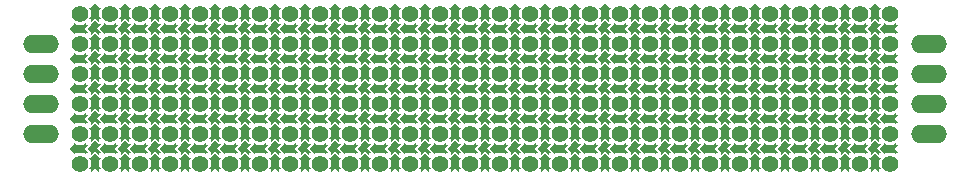
<source format=gbr>
G04 #@! TF.GenerationSoftware,KiCad,Pcbnew,9.0.1*
G04 #@! TF.CreationDate,2025-05-06T23:59:31-04:00*
G04 #@! TF.ProjectId,matrix-protoboard_6x28,6d617472-6978-42d7-9072-6f746f626f61,rev?*
G04 #@! TF.SameCoordinates,Original*
G04 #@! TF.FileFunction,Copper,L1,Top*
G04 #@! TF.FilePolarity,Positive*
%FSLAX46Y46*%
G04 Gerber Fmt 4.6, Leading zero omitted, Abs format (unit mm)*
G04 Created by KiCad (PCBNEW 9.0.1) date 2025-05-06 23:59:31*
%MOMM*%
%LPD*%
G01*
G04 APERTURE LIST*
G04 Aperture macros list*
%AMOutline4P*
0 Free polygon, 4 corners , with rotation*
0 The origin of the aperture is its center*
0 number of corners: always 4*
0 $1 to $8 corner X, Y*
0 $9 Rotation angle, in degrees counterclockwise*
0 create outline with 4 corners*
4,1,4,$1,$2,$3,$4,$5,$6,$7,$8,$1,$2,$9*%
G04 Aperture macros list end*
G04 #@! TA.AperFunction,SMDPad,CuDef*
%ADD10Outline4P,-0.247450X-0.123750X0.247450X-0.123750X0.000050X0.123750X-0.000050X0.123750X135.000000*%
G04 #@! TD*
G04 #@! TA.AperFunction,SMDPad,CuDef*
%ADD11Outline4P,-0.282750X-0.141400X0.282750X-0.141400X0.000050X0.141400X-0.000050X0.141400X45.000000*%
G04 #@! TD*
G04 #@! TA.AperFunction,SMDPad,CuDef*
%ADD12Outline4P,-0.282750X-0.141400X0.282750X-0.141400X0.000050X0.141400X-0.000050X0.141400X315.000000*%
G04 #@! TD*
G04 #@! TA.AperFunction,SMDPad,CuDef*
%ADD13Outline4P,-0.349950X-0.175000X0.349950X-0.175000X0.000050X0.175000X-0.000050X0.175000X90.000000*%
G04 #@! TD*
G04 #@! TA.AperFunction,SMDPad,CuDef*
%ADD14R,0.850000X0.700000*%
G04 #@! TD*
G04 #@! TA.AperFunction,SMDPad,CuDef*
%ADD15Outline4P,-0.282750X-0.141400X0.282750X-0.141400X0.000050X0.141400X-0.000050X0.141400X135.000000*%
G04 #@! TD*
G04 #@! TA.AperFunction,SMDPad,CuDef*
%ADD16Outline4P,-0.282750X-0.141400X0.282750X-0.141400X0.000050X0.141400X-0.000050X0.141400X225.000000*%
G04 #@! TD*
G04 #@! TA.AperFunction,SMDPad,CuDef*
%ADD17Outline4P,-0.247450X-0.123750X0.247450X-0.123750X0.000050X0.123750X-0.000050X0.123750X45.000000*%
G04 #@! TD*
G04 #@! TA.AperFunction,ComponentPad*
%ADD18C,1.400000*%
G04 #@! TD*
G04 #@! TA.AperFunction,SMDPad,CuDef*
%ADD19Outline4P,-0.349950X-0.175000X0.349950X-0.175000X0.000050X0.175000X-0.000050X0.175000X0.000000*%
G04 #@! TD*
G04 #@! TA.AperFunction,SMDPad,CuDef*
%ADD20R,0.700000X0.850000*%
G04 #@! TD*
G04 #@! TA.AperFunction,SMDPad,CuDef*
%ADD21Outline4P,-0.247450X-0.123750X0.247450X-0.123750X0.000050X0.123750X-0.000050X0.123750X315.000000*%
G04 #@! TD*
G04 #@! TA.AperFunction,SMDPad,CuDef*
%ADD22R,0.470000X0.520000*%
G04 #@! TD*
G04 #@! TA.AperFunction,SMDPad,CuDef*
%ADD23O,3.048000X1.524000*%
G04 #@! TD*
G04 APERTURE END LIST*
D10*
X136590000Y-110220000D03*
D11*
X135750000Y-110210000D03*
D12*
X136550000Y-110210000D03*
D13*
X135500000Y-109960000D03*
D14*
X136090000Y-109960000D03*
D15*
X135750000Y-109710000D03*
D16*
X136550000Y-109710000D03*
D17*
X136590000Y-109710000D03*
D10*
X179770000Y-105140000D03*
D11*
X178930000Y-105130000D03*
D12*
X179730000Y-105130000D03*
D13*
X178680000Y-104880000D03*
D14*
X179270000Y-104880000D03*
D15*
X178930000Y-104630000D03*
D16*
X179730000Y-104630000D03*
D17*
X179770000Y-104630000D03*
D18*
X166630000Y-111230000D03*
D17*
X180340000Y-106590000D03*
D12*
X180350000Y-105750000D03*
D16*
X180350000Y-106550000D03*
D19*
X180600000Y-105500000D03*
D20*
X180600000Y-106090000D03*
D11*
X180850000Y-105750000D03*
D15*
X180850000Y-106550000D03*
D21*
X180850000Y-106590000D03*
D13*
X136950000Y-107420000D03*
D17*
X137160000Y-107680000D03*
D22*
X137360000Y-107335000D03*
D19*
X137420000Y-106950000D03*
D17*
X137680000Y-107160000D03*
D21*
X137680000Y-107680000D03*
D10*
X137680000Y-107680000D03*
D17*
X182880000Y-114210000D03*
D12*
X182890000Y-113370000D03*
D16*
X182890000Y-114170000D03*
D19*
X183140000Y-113120000D03*
D20*
X183140000Y-113710000D03*
D11*
X183390000Y-113370000D03*
D15*
X183390000Y-114170000D03*
D21*
X183390000Y-114210000D03*
D18*
X159010000Y-103610000D03*
D10*
X134050000Y-107680000D03*
D11*
X133210000Y-107670000D03*
D12*
X134010000Y-107670000D03*
D13*
X132960000Y-107420000D03*
D14*
X133550000Y-107420000D03*
D15*
X133210000Y-107170000D03*
D16*
X134010000Y-107170000D03*
D17*
X134050000Y-107170000D03*
D13*
X164890000Y-115040000D03*
D17*
X165100000Y-115300000D03*
D22*
X165300000Y-114955000D03*
D19*
X165360000Y-114570000D03*
D17*
X165620000Y-114780000D03*
D10*
X165620000Y-115300000D03*
D21*
X165620000Y-115300000D03*
D18*
X174250000Y-103610000D03*
D13*
X136950000Y-115040000D03*
D17*
X137160000Y-115300000D03*
D22*
X137360000Y-114955000D03*
D19*
X137420000Y-114570000D03*
D17*
X137680000Y-114780000D03*
D10*
X137680000Y-115300000D03*
D21*
X137680000Y-115300000D03*
D18*
X164090000Y-106150000D03*
X151390000Y-106150000D03*
D17*
X177800000Y-116750000D03*
D12*
X177810000Y-115910000D03*
D16*
X177810000Y-116710000D03*
D19*
X178060000Y-115660000D03*
D20*
X178060000Y-116250000D03*
D11*
X178310000Y-115910000D03*
D15*
X178310000Y-116710000D03*
D21*
X178310000Y-116750000D03*
D13*
X187750000Y-115040000D03*
D17*
X187960000Y-115300000D03*
D22*
X188160000Y-114955000D03*
D19*
X188220000Y-114570000D03*
D17*
X188480000Y-114780000D03*
D21*
X188480000Y-115300000D03*
D10*
X188480000Y-115300000D03*
D13*
X154730000Y-104880000D03*
D17*
X154940000Y-105140000D03*
D22*
X155140000Y-104795000D03*
D19*
X155200000Y-104410000D03*
D17*
X155460000Y-104620000D03*
D10*
X155460000Y-105140000D03*
D21*
X155460000Y-105140000D03*
D10*
X128970000Y-112760000D03*
D11*
X128130000Y-112750000D03*
D12*
X128930000Y-112750000D03*
D13*
X127880000Y-112500000D03*
D14*
X128470000Y-112500000D03*
D15*
X128130000Y-112250000D03*
D16*
X128930000Y-112250000D03*
D17*
X128970000Y-112250000D03*
D13*
X124250000Y-115040000D03*
D17*
X124460000Y-115300000D03*
D22*
X124660000Y-114955000D03*
D19*
X124720000Y-114570000D03*
D17*
X124980000Y-114780000D03*
D10*
X124980000Y-115300000D03*
D21*
X124980000Y-115300000D03*
D17*
X160020000Y-111670000D03*
D12*
X160030000Y-110830000D03*
D16*
X160030000Y-111630000D03*
D19*
X160280000Y-110580000D03*
D20*
X160280000Y-111170000D03*
D11*
X160530000Y-110830000D03*
D15*
X160530000Y-111630000D03*
D21*
X160530000Y-111670000D03*
D13*
X177590000Y-109960000D03*
D17*
X177800000Y-110220000D03*
D22*
X178000000Y-109875000D03*
D19*
X178060000Y-109490000D03*
D17*
X178320000Y-109700000D03*
D10*
X178320000Y-110220000D03*
D21*
X178320000Y-110220000D03*
D10*
X189930000Y-115300000D03*
D11*
X189090000Y-115290000D03*
D12*
X189890000Y-115290000D03*
D13*
X188840000Y-115040000D03*
D14*
X189430000Y-115040000D03*
D15*
X189090000Y-114790000D03*
D16*
X189890000Y-114790000D03*
D17*
X189930000Y-114790000D03*
D13*
X180130000Y-107420000D03*
D17*
X180340000Y-107680000D03*
D22*
X180540000Y-107335000D03*
D19*
X180600000Y-106950000D03*
D17*
X180860000Y-107160000D03*
D21*
X180860000Y-107680000D03*
D10*
X180860000Y-107680000D03*
D18*
X148850000Y-108690000D03*
D10*
X141670000Y-115300000D03*
D11*
X140830000Y-115290000D03*
D12*
X141630000Y-115290000D03*
D13*
X140580000Y-115040000D03*
D14*
X141170000Y-115040000D03*
D15*
X140830000Y-114790000D03*
D16*
X141630000Y-114790000D03*
D17*
X141670000Y-114790000D03*
D23*
X120150000Y-106160000D03*
D18*
X148850000Y-116310000D03*
D17*
X139700000Y-104050000D03*
D12*
X139710000Y-103210000D03*
D16*
X139710000Y-104010000D03*
D19*
X139960000Y-102960000D03*
D20*
X139960000Y-103550000D03*
D11*
X140210000Y-103210000D03*
D15*
X140210000Y-104010000D03*
D21*
X140210000Y-104050000D03*
D10*
X144210000Y-112760000D03*
D11*
X143370000Y-112750000D03*
D12*
X144170000Y-112750000D03*
D13*
X143120000Y-112500000D03*
D14*
X143710000Y-112500000D03*
D15*
X143370000Y-112250000D03*
D16*
X144170000Y-112250000D03*
D17*
X144210000Y-112250000D03*
X144780000Y-114210000D03*
D12*
X144790000Y-113370000D03*
D16*
X144790000Y-114170000D03*
D19*
X145040000Y-113120000D03*
D20*
X145040000Y-113710000D03*
D11*
X145290000Y-113370000D03*
D15*
X145290000Y-114170000D03*
D21*
X145290000Y-114210000D03*
D18*
X192030000Y-108690000D03*
X128530000Y-111230000D03*
D13*
X129330000Y-109960000D03*
D17*
X129540000Y-110220000D03*
D22*
X129740000Y-109875000D03*
D19*
X129800000Y-109490000D03*
D17*
X130060000Y-109700000D03*
D10*
X130060000Y-110220000D03*
D21*
X130060000Y-110220000D03*
D17*
X185420000Y-106590000D03*
D12*
X185430000Y-105750000D03*
D16*
X185430000Y-106550000D03*
D19*
X185680000Y-105500000D03*
D20*
X185680000Y-106090000D03*
D11*
X185930000Y-105750000D03*
D15*
X185930000Y-106550000D03*
D21*
X185930000Y-106590000D03*
D18*
X125990000Y-103610000D03*
X179330000Y-116310000D03*
X164090000Y-116310000D03*
D13*
X159810000Y-115040000D03*
D17*
X160020000Y-115300000D03*
D22*
X160220000Y-114955000D03*
D19*
X160280000Y-114570000D03*
D17*
X160540000Y-114780000D03*
D21*
X160540000Y-115300000D03*
D10*
X160540000Y-115300000D03*
D17*
X160020000Y-114210000D03*
D12*
X160030000Y-113370000D03*
D16*
X160030000Y-114170000D03*
D19*
X160280000Y-113120000D03*
D20*
X160280000Y-113710000D03*
D11*
X160530000Y-113370000D03*
D15*
X160530000Y-114170000D03*
D21*
X160530000Y-114210000D03*
D18*
X125990000Y-113770000D03*
X125990000Y-108690000D03*
X138690000Y-103610000D03*
D10*
X156910000Y-112760000D03*
D11*
X156070000Y-112750000D03*
D12*
X156870000Y-112750000D03*
D13*
X155820000Y-112500000D03*
D14*
X156410000Y-112500000D03*
D15*
X156070000Y-112250000D03*
D16*
X156870000Y-112250000D03*
D17*
X156910000Y-112250000D03*
D18*
X179330000Y-111230000D03*
D10*
X182310000Y-112760000D03*
D11*
X181470000Y-112750000D03*
D12*
X182270000Y-112750000D03*
D13*
X181220000Y-112500000D03*
D14*
X181810000Y-112500000D03*
D15*
X181470000Y-112250000D03*
D16*
X182270000Y-112250000D03*
D17*
X182310000Y-112250000D03*
X149860000Y-116750000D03*
D12*
X149870000Y-115910000D03*
D16*
X149870000Y-116710000D03*
D19*
X150120000Y-115660000D03*
D20*
X150120000Y-116250000D03*
D11*
X150370000Y-115910000D03*
D15*
X150370000Y-116710000D03*
D21*
X150370000Y-116750000D03*
D17*
X162560000Y-109130000D03*
D12*
X162570000Y-108290000D03*
D16*
X162570000Y-109090000D03*
D19*
X162820000Y-108040000D03*
D20*
X162820000Y-108630000D03*
D11*
X163070000Y-108290000D03*
D15*
X163070000Y-109090000D03*
D21*
X163070000Y-109130000D03*
D18*
X148850000Y-106150000D03*
D17*
X142240000Y-114210000D03*
D12*
X142250000Y-113370000D03*
D16*
X142250000Y-114170000D03*
D19*
X142500000Y-113120000D03*
D20*
X142500000Y-113710000D03*
D11*
X142750000Y-113370000D03*
D15*
X142750000Y-114170000D03*
D21*
X142750000Y-114210000D03*
D13*
X124250000Y-109960000D03*
D17*
X124460000Y-110220000D03*
D22*
X124660000Y-109875000D03*
D19*
X124720000Y-109490000D03*
D17*
X124980000Y-109700000D03*
D10*
X124980000Y-110220000D03*
D21*
X124980000Y-110220000D03*
D10*
X141670000Y-107680000D03*
D11*
X140830000Y-107670000D03*
D12*
X141630000Y-107670000D03*
D13*
X140580000Y-107420000D03*
D14*
X141170000Y-107420000D03*
D15*
X140830000Y-107170000D03*
D16*
X141630000Y-107170000D03*
D17*
X141670000Y-107170000D03*
X167640000Y-109130000D03*
D12*
X167650000Y-108290000D03*
D16*
X167650000Y-109090000D03*
D19*
X167900000Y-108040000D03*
D20*
X167900000Y-108630000D03*
D11*
X168150000Y-108290000D03*
D15*
X168150000Y-109090000D03*
D21*
X168150000Y-109130000D03*
D17*
X167640000Y-116750000D03*
D12*
X167650000Y-115910000D03*
D16*
X167650000Y-116710000D03*
D19*
X167900000Y-115660000D03*
D20*
X167900000Y-116250000D03*
D11*
X168150000Y-115910000D03*
D15*
X168150000Y-116710000D03*
D21*
X168150000Y-116750000D03*
D17*
X177800000Y-104050000D03*
D12*
X177810000Y-103210000D03*
D16*
X177810000Y-104010000D03*
D19*
X178060000Y-102960000D03*
D20*
X178060000Y-103550000D03*
D11*
X178310000Y-103210000D03*
D15*
X178310000Y-104010000D03*
D21*
X178310000Y-104050000D03*
D17*
X170180000Y-104050000D03*
D12*
X170190000Y-103210000D03*
D16*
X170190000Y-104010000D03*
D19*
X170440000Y-102960000D03*
D20*
X170440000Y-103550000D03*
D11*
X170690000Y-103210000D03*
D15*
X170690000Y-104010000D03*
D21*
X170690000Y-104050000D03*
D17*
X147320000Y-106590000D03*
D12*
X147330000Y-105750000D03*
D16*
X147330000Y-106550000D03*
D19*
X147580000Y-105500000D03*
D20*
X147580000Y-106090000D03*
D11*
X147830000Y-105750000D03*
D15*
X147830000Y-106550000D03*
D21*
X147830000Y-106590000D03*
D10*
X161990000Y-115300000D03*
D11*
X161150000Y-115290000D03*
D12*
X161950000Y-115290000D03*
D13*
X160900000Y-115040000D03*
D14*
X161490000Y-115040000D03*
D15*
X161150000Y-114790000D03*
D16*
X161950000Y-114790000D03*
D17*
X161990000Y-114790000D03*
D10*
X164530000Y-110220000D03*
D11*
X163690000Y-110210000D03*
D12*
X164490000Y-110210000D03*
D13*
X163440000Y-109960000D03*
D14*
X164030000Y-109960000D03*
D15*
X163690000Y-109710000D03*
D16*
X164490000Y-109710000D03*
D17*
X164530000Y-109710000D03*
D13*
X142030000Y-107420000D03*
D17*
X142240000Y-107680000D03*
D22*
X142440000Y-107335000D03*
D19*
X142500000Y-106950000D03*
D17*
X142760000Y-107160000D03*
D10*
X142760000Y-107680000D03*
D21*
X142760000Y-107680000D03*
D17*
X175260000Y-104050000D03*
D12*
X175270000Y-103210000D03*
D16*
X175270000Y-104010000D03*
D19*
X175520000Y-102960000D03*
D20*
X175520000Y-103550000D03*
D11*
X175770000Y-103210000D03*
D15*
X175770000Y-104010000D03*
D21*
X175770000Y-104050000D03*
D13*
X167430000Y-115040000D03*
D17*
X167640000Y-115300000D03*
D22*
X167840000Y-114955000D03*
D19*
X167900000Y-114570000D03*
D17*
X168160000Y-114780000D03*
D10*
X168160000Y-115300000D03*
D21*
X168160000Y-115300000D03*
D10*
X161990000Y-105140000D03*
D11*
X161150000Y-105130000D03*
D12*
X161950000Y-105130000D03*
D13*
X160900000Y-104880000D03*
D14*
X161490000Y-104880000D03*
D15*
X161150000Y-104630000D03*
D16*
X161950000Y-104630000D03*
D17*
X161990000Y-104630000D03*
X127000000Y-109130000D03*
D12*
X127010000Y-108290000D03*
D16*
X127010000Y-109090000D03*
D19*
X127260000Y-108040000D03*
D20*
X127260000Y-108630000D03*
D11*
X127510000Y-108290000D03*
D15*
X127510000Y-109090000D03*
D21*
X127510000Y-109130000D03*
D18*
X143770000Y-108690000D03*
D10*
X172150000Y-107680000D03*
D11*
X171310000Y-107670000D03*
D12*
X172110000Y-107670000D03*
D13*
X171060000Y-107420000D03*
D14*
X171650000Y-107420000D03*
D15*
X171310000Y-107170000D03*
D16*
X172110000Y-107170000D03*
D17*
X172150000Y-107170000D03*
X149860000Y-111670000D03*
D12*
X149870000Y-110830000D03*
D16*
X149870000Y-111630000D03*
D19*
X150120000Y-110580000D03*
D20*
X150120000Y-111170000D03*
D11*
X150370000Y-110830000D03*
D15*
X150370000Y-111630000D03*
D21*
X150370000Y-111670000D03*
D10*
X139130000Y-107680000D03*
D11*
X138290000Y-107670000D03*
D12*
X139090000Y-107670000D03*
D13*
X138040000Y-107420000D03*
D14*
X138630000Y-107420000D03*
D15*
X138290000Y-107170000D03*
D16*
X139090000Y-107170000D03*
D17*
X139130000Y-107170000D03*
D13*
X182670000Y-109960000D03*
D17*
X182880000Y-110220000D03*
D22*
X183080000Y-109875000D03*
D19*
X183140000Y-109490000D03*
D17*
X183400000Y-109700000D03*
D10*
X183400000Y-110220000D03*
D21*
X183400000Y-110220000D03*
D18*
X153930000Y-103610000D03*
D13*
X164890000Y-109960000D03*
D17*
X165100000Y-110220000D03*
D22*
X165300000Y-109875000D03*
D19*
X165360000Y-109490000D03*
D17*
X165620000Y-109700000D03*
D21*
X165620000Y-110220000D03*
D10*
X165620000Y-110220000D03*
D17*
X129540000Y-111670000D03*
D12*
X129550000Y-110830000D03*
D16*
X129550000Y-111630000D03*
D19*
X129800000Y-110580000D03*
D20*
X129800000Y-111170000D03*
D11*
X130050000Y-110830000D03*
D15*
X130050000Y-111630000D03*
D21*
X130050000Y-111670000D03*
D17*
X172720000Y-116750000D03*
D12*
X172730000Y-115910000D03*
D16*
X172730000Y-116710000D03*
D19*
X172980000Y-115660000D03*
D20*
X172980000Y-116250000D03*
D11*
X173230000Y-115910000D03*
D15*
X173230000Y-116710000D03*
D21*
X173230000Y-116750000D03*
D18*
X133610000Y-106150000D03*
X146310000Y-113770000D03*
D13*
X172510000Y-109960000D03*
D17*
X172720000Y-110220000D03*
D22*
X172920000Y-109875000D03*
D19*
X172980000Y-109490000D03*
D17*
X173240000Y-109700000D03*
D21*
X173240000Y-110220000D03*
D10*
X173240000Y-110220000D03*
X184850000Y-115300000D03*
D11*
X184010000Y-115290000D03*
D12*
X184810000Y-115290000D03*
D13*
X183760000Y-115040000D03*
D14*
X184350000Y-115040000D03*
D15*
X184010000Y-114790000D03*
D16*
X184810000Y-114790000D03*
D17*
X184850000Y-114790000D03*
D18*
X164090000Y-113770000D03*
D17*
X154940000Y-111670000D03*
D12*
X154950000Y-110830000D03*
D16*
X154950000Y-111630000D03*
D19*
X155200000Y-110580000D03*
D20*
X155200000Y-111170000D03*
D11*
X155450000Y-110830000D03*
D15*
X155450000Y-111630000D03*
D21*
X155450000Y-111670000D03*
D13*
X187750000Y-112500000D03*
D17*
X187960000Y-112760000D03*
D22*
X188160000Y-112415000D03*
D19*
X188220000Y-112030000D03*
D17*
X188480000Y-112240000D03*
D10*
X188480000Y-112760000D03*
D21*
X188480000Y-112760000D03*
D17*
X142240000Y-111670000D03*
D12*
X142250000Y-110830000D03*
D16*
X142250000Y-111630000D03*
D19*
X142500000Y-110580000D03*
D20*
X142500000Y-111170000D03*
D11*
X142750000Y-110830000D03*
D15*
X142750000Y-111630000D03*
D21*
X142750000Y-111670000D03*
D18*
X128530000Y-113770000D03*
D10*
X187390000Y-115300000D03*
D11*
X186550000Y-115290000D03*
D12*
X187350000Y-115290000D03*
D13*
X186300000Y-115040000D03*
D14*
X186890000Y-115040000D03*
D15*
X186550000Y-114790000D03*
D16*
X187350000Y-114790000D03*
D17*
X187390000Y-114790000D03*
D18*
X146310000Y-103610000D03*
X156470000Y-111230000D03*
X153930000Y-113770000D03*
D10*
X146750000Y-105140000D03*
D11*
X145910000Y-105130000D03*
D12*
X146710000Y-105130000D03*
D13*
X145660000Y-104880000D03*
D14*
X146250000Y-104880000D03*
D15*
X145910000Y-104630000D03*
D16*
X146710000Y-104630000D03*
D17*
X146750000Y-104630000D03*
X142240000Y-116750000D03*
D12*
X142250000Y-115910000D03*
D16*
X142250000Y-116710000D03*
D19*
X142500000Y-115660000D03*
D20*
X142500000Y-116250000D03*
D11*
X142750000Y-115910000D03*
D15*
X142750000Y-116710000D03*
D21*
X142750000Y-116750000D03*
D10*
X136590000Y-115300000D03*
D11*
X135750000Y-115290000D03*
D12*
X136550000Y-115290000D03*
D13*
X135500000Y-115040000D03*
D14*
X136090000Y-115040000D03*
D15*
X135750000Y-114790000D03*
D16*
X136550000Y-114790000D03*
D17*
X136590000Y-114790000D03*
D13*
X131870000Y-107420000D03*
D17*
X132080000Y-107680000D03*
D22*
X132280000Y-107335000D03*
D19*
X132340000Y-106950000D03*
D17*
X132600000Y-107160000D03*
D21*
X132600000Y-107680000D03*
D10*
X132600000Y-107680000D03*
D17*
X152400000Y-116750000D03*
D12*
X152410000Y-115910000D03*
D16*
X152410000Y-116710000D03*
D19*
X152660000Y-115660000D03*
D20*
X152660000Y-116250000D03*
D11*
X152910000Y-115910000D03*
D15*
X152910000Y-116710000D03*
D21*
X152910000Y-116750000D03*
D18*
X169170000Y-103610000D03*
X136150000Y-108690000D03*
X131070000Y-106150000D03*
X169170000Y-108690000D03*
D17*
X162560000Y-111670000D03*
D12*
X162570000Y-110830000D03*
D16*
X162570000Y-111630000D03*
D19*
X162820000Y-110580000D03*
D20*
X162820000Y-111170000D03*
D11*
X163070000Y-110830000D03*
D15*
X163070000Y-111630000D03*
D21*
X163070000Y-111670000D03*
D13*
X131870000Y-109960000D03*
D17*
X132080000Y-110220000D03*
D22*
X132280000Y-109875000D03*
D19*
X132340000Y-109490000D03*
D17*
X132600000Y-109700000D03*
D10*
X132600000Y-110220000D03*
D21*
X132600000Y-110220000D03*
D10*
X174690000Y-112760000D03*
D11*
X173850000Y-112750000D03*
D12*
X174650000Y-112750000D03*
D13*
X173600000Y-112500000D03*
D14*
X174190000Y-112500000D03*
D15*
X173850000Y-112250000D03*
D16*
X174650000Y-112250000D03*
D17*
X174690000Y-112250000D03*
X182880000Y-104050000D03*
D12*
X182890000Y-103210000D03*
D16*
X182890000Y-104010000D03*
D19*
X183140000Y-102960000D03*
D20*
X183140000Y-103550000D03*
D11*
X183390000Y-103210000D03*
D15*
X183390000Y-104010000D03*
D21*
X183390000Y-104050000D03*
D13*
X157270000Y-104880000D03*
D17*
X157480000Y-105140000D03*
D22*
X157680000Y-104795000D03*
D19*
X157740000Y-104410000D03*
D17*
X158000000Y-104620000D03*
D10*
X158000000Y-105140000D03*
D21*
X158000000Y-105140000D03*
D17*
X167640000Y-104050000D03*
D12*
X167650000Y-103210000D03*
D16*
X167650000Y-104010000D03*
D19*
X167900000Y-102960000D03*
D20*
X167900000Y-103550000D03*
D11*
X168150000Y-103210000D03*
D15*
X168150000Y-104010000D03*
D21*
X168150000Y-104050000D03*
D18*
X143770000Y-103610000D03*
D17*
X147320000Y-111670000D03*
D12*
X147330000Y-110830000D03*
D16*
X147330000Y-111630000D03*
D19*
X147580000Y-110580000D03*
D20*
X147580000Y-111170000D03*
D11*
X147830000Y-110830000D03*
D15*
X147830000Y-111630000D03*
D21*
X147830000Y-111670000D03*
D17*
X129540000Y-104050000D03*
D12*
X129550000Y-103210000D03*
D16*
X129550000Y-104010000D03*
D19*
X129800000Y-102960000D03*
D20*
X129800000Y-103550000D03*
D11*
X130050000Y-103210000D03*
D15*
X130050000Y-104010000D03*
D21*
X130050000Y-104050000D03*
D13*
X190290000Y-107420000D03*
D17*
X190500000Y-107680000D03*
D22*
X190700000Y-107335000D03*
D19*
X190760000Y-106950000D03*
D17*
X191020000Y-107160000D03*
D21*
X191020000Y-107680000D03*
D10*
X191020000Y-107680000D03*
D17*
X190500000Y-111670000D03*
D12*
X190510000Y-110830000D03*
D16*
X190510000Y-111630000D03*
D19*
X190760000Y-110580000D03*
D20*
X190760000Y-111170000D03*
D11*
X191010000Y-110830000D03*
D15*
X191010000Y-111630000D03*
D21*
X191010000Y-111670000D03*
D17*
X185420000Y-104050000D03*
D12*
X185430000Y-103210000D03*
D16*
X185430000Y-104010000D03*
D19*
X185680000Y-102960000D03*
D20*
X185680000Y-103550000D03*
D11*
X185930000Y-103210000D03*
D15*
X185930000Y-104010000D03*
D21*
X185930000Y-104050000D03*
D17*
X134620000Y-106590000D03*
D12*
X134630000Y-105750000D03*
D16*
X134630000Y-106550000D03*
D19*
X134880000Y-105500000D03*
D20*
X134880000Y-106090000D03*
D11*
X135130000Y-105750000D03*
D15*
X135130000Y-106550000D03*
D21*
X135130000Y-106590000D03*
D17*
X160020000Y-109130000D03*
D12*
X160030000Y-108290000D03*
D16*
X160030000Y-109090000D03*
D19*
X160280000Y-108040000D03*
D20*
X160280000Y-108630000D03*
D11*
X160530000Y-108290000D03*
D15*
X160530000Y-109090000D03*
D21*
X160530000Y-109130000D03*
D17*
X154940000Y-116750000D03*
D12*
X154950000Y-115910000D03*
D16*
X154950000Y-116710000D03*
D19*
X155200000Y-115660000D03*
D20*
X155200000Y-116250000D03*
D11*
X155450000Y-115910000D03*
D15*
X155450000Y-116710000D03*
D21*
X155450000Y-116750000D03*
D18*
X123450000Y-103610000D03*
D10*
X146750000Y-110220000D03*
D11*
X145910000Y-110210000D03*
D12*
X146710000Y-110210000D03*
D13*
X145660000Y-109960000D03*
D14*
X146250000Y-109960000D03*
D15*
X145910000Y-109710000D03*
D16*
X146710000Y-109710000D03*
D17*
X146750000Y-109710000D03*
D18*
X164090000Y-111230000D03*
D17*
X127000000Y-111670000D03*
D12*
X127010000Y-110830000D03*
D16*
X127010000Y-111630000D03*
D19*
X127260000Y-110580000D03*
D20*
X127260000Y-111170000D03*
D11*
X127510000Y-110830000D03*
D15*
X127510000Y-111630000D03*
D21*
X127510000Y-111670000D03*
D18*
X136150000Y-113770000D03*
D10*
X167070000Y-107680000D03*
D11*
X166230000Y-107670000D03*
D12*
X167030000Y-107670000D03*
D13*
X165980000Y-107420000D03*
D14*
X166570000Y-107420000D03*
D15*
X166230000Y-107170000D03*
D16*
X167030000Y-107170000D03*
D17*
X167070000Y-107170000D03*
D18*
X166630000Y-103610000D03*
D13*
X159810000Y-112500000D03*
D17*
X160020000Y-112760000D03*
D22*
X160220000Y-112415000D03*
D19*
X160280000Y-112030000D03*
D17*
X160540000Y-112240000D03*
D10*
X160540000Y-112760000D03*
D21*
X160540000Y-112760000D03*
D18*
X146310000Y-111230000D03*
D10*
X136590000Y-105140000D03*
D11*
X135750000Y-105130000D03*
D12*
X136550000Y-105130000D03*
D13*
X135500000Y-104880000D03*
D14*
X136090000Y-104880000D03*
D15*
X135750000Y-104630000D03*
D16*
X136550000Y-104630000D03*
D17*
X136590000Y-104630000D03*
D13*
X134410000Y-104880000D03*
D17*
X134620000Y-105140000D03*
D22*
X134820000Y-104795000D03*
D19*
X134880000Y-104410000D03*
D17*
X135140000Y-104620000D03*
D10*
X135140000Y-105140000D03*
D21*
X135140000Y-105140000D03*
D10*
X134050000Y-115300000D03*
D11*
X133210000Y-115290000D03*
D12*
X134010000Y-115290000D03*
D13*
X132960000Y-115040000D03*
D14*
X133550000Y-115040000D03*
D15*
X133210000Y-114790000D03*
D16*
X134010000Y-114790000D03*
D17*
X134050000Y-114790000D03*
X139700000Y-116750000D03*
D12*
X139710000Y-115910000D03*
D16*
X139710000Y-116710000D03*
D19*
X139960000Y-115660000D03*
D20*
X139960000Y-116250000D03*
D11*
X140210000Y-115910000D03*
D15*
X140210000Y-116710000D03*
D21*
X140210000Y-116750000D03*
D18*
X125990000Y-106150000D03*
D17*
X134620000Y-116750000D03*
D12*
X134630000Y-115910000D03*
D16*
X134630000Y-116710000D03*
D19*
X134880000Y-115660000D03*
D20*
X134880000Y-116250000D03*
D11*
X135130000Y-115910000D03*
D15*
X135130000Y-116710000D03*
D21*
X135130000Y-116750000D03*
D18*
X151390000Y-113770000D03*
D10*
X184850000Y-112760000D03*
D11*
X184010000Y-112750000D03*
D12*
X184810000Y-112750000D03*
D13*
X183760000Y-112500000D03*
D14*
X184350000Y-112500000D03*
D15*
X184010000Y-112250000D03*
D16*
X184810000Y-112250000D03*
D17*
X184850000Y-112250000D03*
X132080000Y-109130000D03*
D12*
X132090000Y-108290000D03*
D16*
X132090000Y-109090000D03*
D19*
X132340000Y-108040000D03*
D20*
X132340000Y-108630000D03*
D11*
X132590000Y-108290000D03*
D15*
X132590000Y-109090000D03*
D21*
X132590000Y-109130000D03*
D17*
X157480000Y-116750000D03*
D12*
X157490000Y-115910000D03*
D16*
X157490000Y-116710000D03*
D19*
X157740000Y-115660000D03*
D20*
X157740000Y-116250000D03*
D11*
X157990000Y-115910000D03*
D15*
X157990000Y-116710000D03*
D21*
X157990000Y-116750000D03*
D18*
X189490000Y-103610000D03*
D10*
X177230000Y-112760000D03*
D11*
X176390000Y-112750000D03*
D12*
X177190000Y-112750000D03*
D13*
X176140000Y-112500000D03*
D14*
X176730000Y-112500000D03*
D15*
X176390000Y-112250000D03*
D16*
X177190000Y-112250000D03*
D17*
X177230000Y-112250000D03*
X144780000Y-109130000D03*
D12*
X144790000Y-108290000D03*
D16*
X144790000Y-109090000D03*
D19*
X145040000Y-108040000D03*
D20*
X145040000Y-108630000D03*
D11*
X145290000Y-108290000D03*
D15*
X145290000Y-109090000D03*
D21*
X145290000Y-109130000D03*
D17*
X157480000Y-106590000D03*
D12*
X157490000Y-105750000D03*
D16*
X157490000Y-106550000D03*
D19*
X157740000Y-105500000D03*
D20*
X157740000Y-106090000D03*
D11*
X157990000Y-105750000D03*
D15*
X157990000Y-106550000D03*
D21*
X157990000Y-106590000D03*
D18*
X136150000Y-116310000D03*
D13*
X162350000Y-104880000D03*
D17*
X162560000Y-105140000D03*
D22*
X162760000Y-104795000D03*
D19*
X162820000Y-104410000D03*
D17*
X163080000Y-104620000D03*
D21*
X163080000Y-105140000D03*
D10*
X163080000Y-105140000D03*
D17*
X137160000Y-116750000D03*
D12*
X137170000Y-115910000D03*
D16*
X137170000Y-116710000D03*
D19*
X137420000Y-115660000D03*
D20*
X137420000Y-116250000D03*
D11*
X137670000Y-115910000D03*
D15*
X137670000Y-116710000D03*
D21*
X137670000Y-116750000D03*
D18*
X179330000Y-113770000D03*
X156470000Y-103610000D03*
X156470000Y-106150000D03*
D17*
X175260000Y-106590000D03*
D12*
X175270000Y-105750000D03*
D16*
X175270000Y-106550000D03*
D19*
X175520000Y-105500000D03*
D20*
X175520000Y-106090000D03*
D11*
X175770000Y-105750000D03*
D15*
X175770000Y-106550000D03*
D21*
X175770000Y-106590000D03*
D10*
X187390000Y-112760000D03*
D11*
X186550000Y-112750000D03*
D12*
X187350000Y-112750000D03*
D13*
X186300000Y-112500000D03*
D14*
X186890000Y-112500000D03*
D15*
X186550000Y-112250000D03*
D16*
X187350000Y-112250000D03*
D17*
X187390000Y-112250000D03*
X142240000Y-106590000D03*
D12*
X142250000Y-105750000D03*
D16*
X142250000Y-106550000D03*
D19*
X142500000Y-105500000D03*
D20*
X142500000Y-106090000D03*
D11*
X142750000Y-105750000D03*
D15*
X142750000Y-106550000D03*
D21*
X142750000Y-106590000D03*
D13*
X190290000Y-109960000D03*
D17*
X190500000Y-110220000D03*
D22*
X190700000Y-109875000D03*
D19*
X190760000Y-109490000D03*
D17*
X191020000Y-109700000D03*
D21*
X191020000Y-110220000D03*
D10*
X191020000Y-110220000D03*
D13*
X152190000Y-112500000D03*
D17*
X152400000Y-112760000D03*
D22*
X152600000Y-112415000D03*
D19*
X152660000Y-112030000D03*
D17*
X152920000Y-112240000D03*
D21*
X152920000Y-112760000D03*
D10*
X152920000Y-112760000D03*
X156910000Y-115300000D03*
D11*
X156070000Y-115290000D03*
D12*
X156870000Y-115290000D03*
D13*
X155820000Y-115040000D03*
D14*
X156410000Y-115040000D03*
D15*
X156070000Y-114790000D03*
D16*
X156870000Y-114790000D03*
D17*
X156910000Y-114790000D03*
X157480000Y-111670000D03*
D12*
X157490000Y-110830000D03*
D16*
X157490000Y-111630000D03*
D19*
X157740000Y-110580000D03*
D20*
X157740000Y-111170000D03*
D11*
X157990000Y-110830000D03*
D15*
X157990000Y-111630000D03*
D21*
X157990000Y-111670000D03*
D17*
X129540000Y-116750000D03*
D12*
X129550000Y-115910000D03*
D16*
X129550000Y-116710000D03*
D19*
X129800000Y-115660000D03*
D20*
X129800000Y-116250000D03*
D11*
X130050000Y-115910000D03*
D15*
X130050000Y-116710000D03*
D21*
X130050000Y-116750000D03*
D13*
X149650000Y-112500000D03*
D17*
X149860000Y-112760000D03*
D22*
X150060000Y-112415000D03*
D19*
X150120000Y-112030000D03*
D17*
X150380000Y-112240000D03*
D10*
X150380000Y-112760000D03*
D21*
X150380000Y-112760000D03*
D17*
X167640000Y-114210000D03*
D12*
X167650000Y-113370000D03*
D16*
X167650000Y-114170000D03*
D19*
X167900000Y-113120000D03*
D20*
X167900000Y-113710000D03*
D11*
X168150000Y-113370000D03*
D15*
X168150000Y-114170000D03*
D21*
X168150000Y-114210000D03*
D18*
X141230000Y-113770000D03*
D13*
X185210000Y-107420000D03*
D17*
X185420000Y-107680000D03*
D22*
X185620000Y-107335000D03*
D19*
X185680000Y-106950000D03*
D17*
X185940000Y-107160000D03*
D21*
X185940000Y-107680000D03*
D10*
X185940000Y-107680000D03*
D18*
X184410000Y-106150000D03*
D10*
X192470000Y-112760000D03*
D11*
X191630000Y-112750000D03*
D12*
X192430000Y-112750000D03*
D13*
X191380000Y-112500000D03*
D14*
X191970000Y-112500000D03*
D15*
X191630000Y-112250000D03*
D16*
X192430000Y-112250000D03*
D17*
X192470000Y-112250000D03*
D10*
X123890000Y-107680000D03*
D11*
X123050000Y-107670000D03*
D12*
X123850000Y-107670000D03*
D13*
X122800000Y-107420000D03*
D14*
X123390000Y-107420000D03*
D15*
X123050000Y-107170000D03*
D16*
X123850000Y-107170000D03*
D17*
X123890000Y-107170000D03*
D10*
X179770000Y-107680000D03*
D11*
X178930000Y-107670000D03*
D12*
X179730000Y-107670000D03*
D13*
X178680000Y-107420000D03*
D14*
X179270000Y-107420000D03*
D15*
X178930000Y-107170000D03*
D16*
X179730000Y-107170000D03*
D17*
X179770000Y-107170000D03*
X137160000Y-106590000D03*
D12*
X137170000Y-105750000D03*
D16*
X137170000Y-106550000D03*
D19*
X137420000Y-105500000D03*
D20*
X137420000Y-106090000D03*
D11*
X137670000Y-105750000D03*
D15*
X137670000Y-106550000D03*
D21*
X137670000Y-106590000D03*
D10*
X167070000Y-115300000D03*
D11*
X166230000Y-115290000D03*
D12*
X167030000Y-115290000D03*
D13*
X165980000Y-115040000D03*
D14*
X166570000Y-115040000D03*
D15*
X166230000Y-114790000D03*
D16*
X167030000Y-114790000D03*
D17*
X167070000Y-114790000D03*
X170180000Y-106590000D03*
D12*
X170190000Y-105750000D03*
D16*
X170190000Y-106550000D03*
D19*
X170440000Y-105500000D03*
D20*
X170440000Y-106090000D03*
D11*
X170690000Y-105750000D03*
D15*
X170690000Y-106550000D03*
D21*
X170690000Y-106590000D03*
D18*
X143770000Y-106150000D03*
D10*
X189930000Y-112760000D03*
D11*
X189090000Y-112750000D03*
D12*
X189890000Y-112750000D03*
D13*
X188840000Y-112500000D03*
D14*
X189430000Y-112500000D03*
D15*
X189090000Y-112250000D03*
D16*
X189890000Y-112250000D03*
D17*
X189930000Y-112250000D03*
X147320000Y-116750000D03*
D12*
X147330000Y-115910000D03*
D16*
X147330000Y-116710000D03*
D19*
X147580000Y-115660000D03*
D20*
X147580000Y-116250000D03*
D11*
X147830000Y-115910000D03*
D15*
X147830000Y-116710000D03*
D21*
X147830000Y-116750000D03*
D13*
X175050000Y-112500000D03*
D17*
X175260000Y-112760000D03*
D22*
X175460000Y-112415000D03*
D19*
X175520000Y-112030000D03*
D17*
X175780000Y-112240000D03*
D21*
X175780000Y-112760000D03*
D10*
X175780000Y-112760000D03*
D17*
X129540000Y-109130000D03*
D12*
X129550000Y-108290000D03*
D16*
X129550000Y-109090000D03*
D19*
X129800000Y-108040000D03*
D20*
X129800000Y-108630000D03*
D11*
X130050000Y-108290000D03*
D15*
X130050000Y-109090000D03*
D21*
X130050000Y-109130000D03*
D17*
X180340000Y-111670000D03*
D12*
X180350000Y-110830000D03*
D16*
X180350000Y-111630000D03*
D19*
X180600000Y-110580000D03*
D20*
X180600000Y-111170000D03*
D11*
X180850000Y-110830000D03*
D15*
X180850000Y-111630000D03*
D21*
X180850000Y-111670000D03*
D13*
X136950000Y-104880000D03*
D17*
X137160000Y-105140000D03*
D22*
X137360000Y-104795000D03*
D19*
X137420000Y-104410000D03*
D17*
X137680000Y-104620000D03*
D21*
X137680000Y-105140000D03*
D10*
X137680000Y-105140000D03*
D18*
X166630000Y-106150000D03*
X181870000Y-116310000D03*
D10*
X126430000Y-105140000D03*
D11*
X125590000Y-105130000D03*
D12*
X126390000Y-105130000D03*
D13*
X125340000Y-104880000D03*
D14*
X125930000Y-104880000D03*
D15*
X125590000Y-104630000D03*
D16*
X126390000Y-104630000D03*
D17*
X126430000Y-104630000D03*
X157480000Y-109130000D03*
D12*
X157490000Y-108290000D03*
D16*
X157490000Y-109090000D03*
D19*
X157740000Y-108040000D03*
D20*
X157740000Y-108630000D03*
D11*
X157990000Y-108290000D03*
D15*
X157990000Y-109090000D03*
D21*
X157990000Y-109130000D03*
D10*
X141670000Y-112760000D03*
D11*
X140830000Y-112750000D03*
D12*
X141630000Y-112750000D03*
D13*
X140580000Y-112500000D03*
D14*
X141170000Y-112500000D03*
D15*
X140830000Y-112250000D03*
D16*
X141630000Y-112250000D03*
D17*
X141670000Y-112250000D03*
D18*
X156470000Y-113770000D03*
D17*
X170180000Y-109130000D03*
D12*
X170190000Y-108290000D03*
D16*
X170190000Y-109090000D03*
D19*
X170440000Y-108040000D03*
D20*
X170440000Y-108630000D03*
D11*
X170690000Y-108290000D03*
D15*
X170690000Y-109090000D03*
D21*
X170690000Y-109130000D03*
D18*
X138690000Y-108690000D03*
X143770000Y-111230000D03*
D10*
X189930000Y-110220000D03*
D11*
X189090000Y-110210000D03*
D12*
X189890000Y-110210000D03*
D13*
X188840000Y-109960000D03*
D14*
X189430000Y-109960000D03*
D15*
X189090000Y-109710000D03*
D16*
X189890000Y-109710000D03*
D17*
X189930000Y-109710000D03*
D18*
X171710000Y-103610000D03*
D13*
X129330000Y-104880000D03*
D17*
X129540000Y-105140000D03*
D22*
X129740000Y-104795000D03*
D19*
X129800000Y-104410000D03*
D17*
X130060000Y-104620000D03*
D21*
X130060000Y-105140000D03*
D10*
X130060000Y-105140000D03*
D13*
X162350000Y-107420000D03*
D17*
X162560000Y-107680000D03*
D22*
X162760000Y-107335000D03*
D19*
X162820000Y-106950000D03*
D17*
X163080000Y-107160000D03*
D21*
X163080000Y-107680000D03*
D10*
X163080000Y-107680000D03*
D17*
X177800000Y-106590000D03*
D12*
X177810000Y-105750000D03*
D16*
X177810000Y-106550000D03*
D19*
X178060000Y-105500000D03*
D20*
X178060000Y-106090000D03*
D11*
X178310000Y-105750000D03*
D15*
X178310000Y-106550000D03*
D21*
X178310000Y-106590000D03*
D10*
X169610000Y-105140000D03*
D11*
X168770000Y-105130000D03*
D12*
X169570000Y-105130000D03*
D13*
X168520000Y-104880000D03*
D14*
X169110000Y-104880000D03*
D15*
X168770000Y-104630000D03*
D16*
X169570000Y-104630000D03*
D17*
X169610000Y-104630000D03*
X132080000Y-111670000D03*
D12*
X132090000Y-110830000D03*
D16*
X132090000Y-111630000D03*
D19*
X132340000Y-110580000D03*
D20*
X132340000Y-111170000D03*
D11*
X132590000Y-110830000D03*
D15*
X132590000Y-111630000D03*
D21*
X132590000Y-111670000D03*
D17*
X154940000Y-104050000D03*
D12*
X154950000Y-103210000D03*
D16*
X154950000Y-104010000D03*
D19*
X155200000Y-102960000D03*
D20*
X155200000Y-103550000D03*
D11*
X155450000Y-103210000D03*
D15*
X155450000Y-104010000D03*
D21*
X155450000Y-104050000D03*
D10*
X167070000Y-110220000D03*
D11*
X166230000Y-110210000D03*
D12*
X167030000Y-110210000D03*
D13*
X165980000Y-109960000D03*
D14*
X166570000Y-109960000D03*
D15*
X166230000Y-109710000D03*
D16*
X167030000Y-109710000D03*
D17*
X167070000Y-109710000D03*
X124460000Y-109130000D03*
D12*
X124470000Y-108290000D03*
D16*
X124470000Y-109090000D03*
D19*
X124720000Y-108040000D03*
D20*
X124720000Y-108630000D03*
D11*
X124970000Y-108290000D03*
D15*
X124970000Y-109090000D03*
D21*
X124970000Y-109130000D03*
D17*
X170180000Y-111670000D03*
D12*
X170190000Y-110830000D03*
D16*
X170190000Y-111630000D03*
D19*
X170440000Y-110580000D03*
D20*
X170440000Y-111170000D03*
D11*
X170690000Y-110830000D03*
D15*
X170690000Y-111630000D03*
D21*
X170690000Y-111670000D03*
D17*
X134620000Y-111670000D03*
D12*
X134630000Y-110830000D03*
D16*
X134630000Y-111630000D03*
D19*
X134880000Y-110580000D03*
D20*
X134880000Y-111170000D03*
D11*
X135130000Y-110830000D03*
D15*
X135130000Y-111630000D03*
D21*
X135130000Y-111670000D03*
D10*
X167070000Y-105140000D03*
D11*
X166230000Y-105130000D03*
D12*
X167030000Y-105130000D03*
D13*
X165980000Y-104880000D03*
D14*
X166570000Y-104880000D03*
D15*
X166230000Y-104630000D03*
D16*
X167030000Y-104630000D03*
D17*
X167070000Y-104630000D03*
D18*
X143770000Y-113770000D03*
D17*
X165100000Y-116750000D03*
D12*
X165110000Y-115910000D03*
D16*
X165110000Y-116710000D03*
D19*
X165360000Y-115660000D03*
D20*
X165360000Y-116250000D03*
D11*
X165610000Y-115910000D03*
D15*
X165610000Y-116710000D03*
D21*
X165610000Y-116750000D03*
D18*
X186950000Y-106150000D03*
D13*
X139490000Y-115040000D03*
D17*
X139700000Y-115300000D03*
D22*
X139900000Y-114955000D03*
D19*
X139960000Y-114570000D03*
D17*
X140220000Y-114780000D03*
D10*
X140220000Y-115300000D03*
D21*
X140220000Y-115300000D03*
D18*
X153930000Y-116310000D03*
D10*
X174690000Y-115300000D03*
D11*
X173850000Y-115290000D03*
D12*
X174650000Y-115290000D03*
D13*
X173600000Y-115040000D03*
D14*
X174190000Y-115040000D03*
D15*
X173850000Y-114790000D03*
D16*
X174650000Y-114790000D03*
D17*
X174690000Y-114790000D03*
D13*
X136950000Y-112500000D03*
D17*
X137160000Y-112760000D03*
D22*
X137360000Y-112415000D03*
D19*
X137420000Y-112030000D03*
D17*
X137680000Y-112240000D03*
D10*
X137680000Y-112760000D03*
D21*
X137680000Y-112760000D03*
D17*
X182880000Y-111670000D03*
D12*
X182890000Y-110830000D03*
D16*
X182890000Y-111630000D03*
D19*
X183140000Y-110580000D03*
D20*
X183140000Y-111170000D03*
D11*
X183390000Y-110830000D03*
D15*
X183390000Y-111630000D03*
D21*
X183390000Y-111670000D03*
D18*
X123450000Y-116310000D03*
X125990000Y-116310000D03*
D17*
X172720000Y-114210000D03*
D12*
X172730000Y-113370000D03*
D16*
X172730000Y-114170000D03*
D19*
X172980000Y-113120000D03*
D20*
X172980000Y-113710000D03*
D11*
X173230000Y-113370000D03*
D15*
X173230000Y-114170000D03*
D21*
X173230000Y-114210000D03*
D18*
X171710000Y-111230000D03*
X133610000Y-108690000D03*
D13*
X149650000Y-107420000D03*
D17*
X149860000Y-107680000D03*
D22*
X150060000Y-107335000D03*
D19*
X150120000Y-106950000D03*
D17*
X150380000Y-107160000D03*
D10*
X150380000Y-107680000D03*
D21*
X150380000Y-107680000D03*
D13*
X162350000Y-109960000D03*
D17*
X162560000Y-110220000D03*
D22*
X162760000Y-109875000D03*
D19*
X162820000Y-109490000D03*
D17*
X163080000Y-109700000D03*
D10*
X163080000Y-110220000D03*
D21*
X163080000Y-110220000D03*
D13*
X144570000Y-107420000D03*
D17*
X144780000Y-107680000D03*
D22*
X144980000Y-107335000D03*
D19*
X145040000Y-106950000D03*
D17*
X145300000Y-107160000D03*
D10*
X145300000Y-107680000D03*
D21*
X145300000Y-107680000D03*
D10*
X172150000Y-112760000D03*
D11*
X171310000Y-112750000D03*
D12*
X172110000Y-112750000D03*
D13*
X171060000Y-112500000D03*
D14*
X171650000Y-112500000D03*
D15*
X171310000Y-112250000D03*
D16*
X172110000Y-112250000D03*
D17*
X172150000Y-112250000D03*
D10*
X177230000Y-105140000D03*
D11*
X176390000Y-105130000D03*
D12*
X177190000Y-105130000D03*
D13*
X176140000Y-104880000D03*
D14*
X176730000Y-104880000D03*
D15*
X176390000Y-104630000D03*
D16*
X177190000Y-104630000D03*
D17*
X177230000Y-104630000D03*
D13*
X124250000Y-107420000D03*
D17*
X124460000Y-107680000D03*
D22*
X124660000Y-107335000D03*
D19*
X124720000Y-106950000D03*
D17*
X124980000Y-107160000D03*
D10*
X124980000Y-107680000D03*
D21*
X124980000Y-107680000D03*
D10*
X123890000Y-105140000D03*
D11*
X123050000Y-105130000D03*
D12*
X123850000Y-105130000D03*
D13*
X122800000Y-104880000D03*
D14*
X123390000Y-104880000D03*
D15*
X123050000Y-104630000D03*
D16*
X123850000Y-104630000D03*
D17*
X123890000Y-104630000D03*
X124460000Y-111670000D03*
D12*
X124470000Y-110830000D03*
D16*
X124470000Y-111630000D03*
D19*
X124720000Y-110580000D03*
D20*
X124720000Y-111170000D03*
D11*
X124970000Y-110830000D03*
D15*
X124970000Y-111630000D03*
D21*
X124970000Y-111670000D03*
D18*
X141230000Y-103610000D03*
D13*
X149650000Y-104880000D03*
D17*
X149860000Y-105140000D03*
D22*
X150060000Y-104795000D03*
D19*
X150120000Y-104410000D03*
D17*
X150380000Y-104620000D03*
D21*
X150380000Y-105140000D03*
D10*
X150380000Y-105140000D03*
D18*
X136150000Y-111230000D03*
D13*
X134410000Y-115040000D03*
D17*
X134620000Y-115300000D03*
D22*
X134820000Y-114955000D03*
D19*
X134880000Y-114570000D03*
D17*
X135140000Y-114780000D03*
D10*
X135140000Y-115300000D03*
D21*
X135140000Y-115300000D03*
D13*
X144570000Y-112500000D03*
D17*
X144780000Y-112760000D03*
D22*
X144980000Y-112415000D03*
D19*
X145040000Y-112030000D03*
D17*
X145300000Y-112240000D03*
D21*
X145300000Y-112760000D03*
D10*
X145300000Y-112760000D03*
D13*
X159810000Y-104880000D03*
D17*
X160020000Y-105140000D03*
D22*
X160220000Y-104795000D03*
D19*
X160280000Y-104410000D03*
D17*
X160540000Y-104620000D03*
D21*
X160540000Y-105140000D03*
D10*
X160540000Y-105140000D03*
D18*
X151390000Y-111230000D03*
X189490000Y-106150000D03*
D10*
X146750000Y-107680000D03*
D11*
X145910000Y-107670000D03*
D12*
X146710000Y-107670000D03*
D13*
X145660000Y-107420000D03*
D14*
X146250000Y-107420000D03*
D15*
X145910000Y-107170000D03*
D16*
X146710000Y-107170000D03*
D17*
X146750000Y-107170000D03*
D10*
X159450000Y-115300000D03*
D11*
X158610000Y-115290000D03*
D12*
X159410000Y-115290000D03*
D13*
X158360000Y-115040000D03*
D14*
X158950000Y-115040000D03*
D15*
X158610000Y-114790000D03*
D16*
X159410000Y-114790000D03*
D17*
X159450000Y-114790000D03*
D18*
X161550000Y-106150000D03*
X128530000Y-108690000D03*
D10*
X149290000Y-115300000D03*
D11*
X148450000Y-115290000D03*
D12*
X149250000Y-115290000D03*
D13*
X148200000Y-115040000D03*
D14*
X148790000Y-115040000D03*
D15*
X148450000Y-114790000D03*
D16*
X149250000Y-114790000D03*
D17*
X149290000Y-114790000D03*
D18*
X141230000Y-106150000D03*
D17*
X149860000Y-104050000D03*
D12*
X149870000Y-103210000D03*
D16*
X149870000Y-104010000D03*
D19*
X150120000Y-102960000D03*
D20*
X150120000Y-103550000D03*
D11*
X150370000Y-103210000D03*
D15*
X150370000Y-104010000D03*
D21*
X150370000Y-104050000D03*
D10*
X184850000Y-107680000D03*
D11*
X184010000Y-107670000D03*
D12*
X184810000Y-107670000D03*
D13*
X183760000Y-107420000D03*
D14*
X184350000Y-107420000D03*
D15*
X184010000Y-107170000D03*
D16*
X184810000Y-107170000D03*
D17*
X184850000Y-107170000D03*
D18*
X148850000Y-103610000D03*
X159010000Y-108690000D03*
D13*
X147110000Y-112500000D03*
D17*
X147320000Y-112760000D03*
D22*
X147520000Y-112415000D03*
D19*
X147580000Y-112030000D03*
D17*
X147840000Y-112240000D03*
D21*
X147840000Y-112760000D03*
D10*
X147840000Y-112760000D03*
D18*
X169170000Y-113770000D03*
D10*
X151830000Y-110220000D03*
D11*
X150990000Y-110210000D03*
D12*
X151790000Y-110210000D03*
D13*
X150740000Y-109960000D03*
D14*
X151330000Y-109960000D03*
D15*
X150990000Y-109710000D03*
D16*
X151790000Y-109710000D03*
D17*
X151830000Y-109710000D03*
X139700000Y-106590000D03*
D12*
X139710000Y-105750000D03*
D16*
X139710000Y-106550000D03*
D19*
X139960000Y-105500000D03*
D20*
X139960000Y-106090000D03*
D11*
X140210000Y-105750000D03*
D15*
X140210000Y-106550000D03*
D21*
X140210000Y-106590000D03*
D18*
X169170000Y-116310000D03*
D17*
X182880000Y-116750000D03*
D12*
X182890000Y-115910000D03*
D16*
X182890000Y-116710000D03*
D19*
X183140000Y-115660000D03*
D20*
X183140000Y-116250000D03*
D11*
X183390000Y-115910000D03*
D15*
X183390000Y-116710000D03*
D21*
X183390000Y-116750000D03*
D18*
X128530000Y-116310000D03*
D10*
X174690000Y-105140000D03*
D11*
X173850000Y-105130000D03*
D12*
X174650000Y-105130000D03*
D13*
X173600000Y-104880000D03*
D14*
X174190000Y-104880000D03*
D15*
X173850000Y-104630000D03*
D16*
X174650000Y-104630000D03*
D17*
X174690000Y-104630000D03*
D18*
X141230000Y-116310000D03*
D13*
X126790000Y-107420000D03*
D17*
X127000000Y-107680000D03*
D22*
X127200000Y-107335000D03*
D19*
X127260000Y-106950000D03*
D17*
X127520000Y-107160000D03*
D10*
X127520000Y-107680000D03*
D21*
X127520000Y-107680000D03*
D17*
X152400000Y-109130000D03*
D12*
X152410000Y-108290000D03*
D16*
X152410000Y-109090000D03*
D19*
X152660000Y-108040000D03*
D20*
X152660000Y-108630000D03*
D11*
X152910000Y-108290000D03*
D15*
X152910000Y-109090000D03*
D21*
X152910000Y-109130000D03*
D17*
X165100000Y-106590000D03*
D12*
X165110000Y-105750000D03*
D16*
X165110000Y-106550000D03*
D19*
X165360000Y-105500000D03*
D20*
X165360000Y-106090000D03*
D11*
X165610000Y-105750000D03*
D15*
X165610000Y-106550000D03*
D21*
X165610000Y-106590000D03*
D13*
X157270000Y-112500000D03*
D17*
X157480000Y-112760000D03*
D22*
X157680000Y-112415000D03*
D19*
X157740000Y-112030000D03*
D17*
X158000000Y-112240000D03*
D21*
X158000000Y-112760000D03*
D10*
X158000000Y-112760000D03*
X154370000Y-110220000D03*
D11*
X153530000Y-110210000D03*
D12*
X154330000Y-110210000D03*
D13*
X153280000Y-109960000D03*
D14*
X153870000Y-109960000D03*
D15*
X153530000Y-109710000D03*
D16*
X154330000Y-109710000D03*
D17*
X154370000Y-109710000D03*
D10*
X167070000Y-112760000D03*
D11*
X166230000Y-112750000D03*
D12*
X167030000Y-112750000D03*
D13*
X165980000Y-112500000D03*
D14*
X166570000Y-112500000D03*
D15*
X166230000Y-112250000D03*
D16*
X167030000Y-112250000D03*
D17*
X167070000Y-112250000D03*
D18*
X181870000Y-106150000D03*
X181870000Y-111230000D03*
D10*
X159450000Y-110220000D03*
D11*
X158610000Y-110210000D03*
D12*
X159410000Y-110210000D03*
D13*
X158360000Y-109960000D03*
D14*
X158950000Y-109960000D03*
D15*
X158610000Y-109710000D03*
D16*
X159410000Y-109710000D03*
D17*
X159450000Y-109710000D03*
D18*
X179330000Y-106150000D03*
D17*
X152400000Y-111670000D03*
D12*
X152410000Y-110830000D03*
D16*
X152410000Y-111630000D03*
D19*
X152660000Y-110580000D03*
D20*
X152660000Y-111170000D03*
D11*
X152910000Y-110830000D03*
D15*
X152910000Y-111630000D03*
D21*
X152910000Y-111670000D03*
D17*
X147320000Y-104050000D03*
D12*
X147330000Y-103210000D03*
D16*
X147330000Y-104010000D03*
D19*
X147580000Y-102960000D03*
D20*
X147580000Y-103550000D03*
D11*
X147830000Y-103210000D03*
D15*
X147830000Y-104010000D03*
D21*
X147830000Y-104050000D03*
D17*
X132080000Y-104050000D03*
D12*
X132090000Y-103210000D03*
D16*
X132090000Y-104010000D03*
D19*
X132340000Y-102960000D03*
D20*
X132340000Y-103550000D03*
D11*
X132590000Y-103210000D03*
D15*
X132590000Y-104010000D03*
D21*
X132590000Y-104050000D03*
D13*
X144570000Y-115040000D03*
D17*
X144780000Y-115300000D03*
D22*
X144980000Y-114955000D03*
D19*
X145040000Y-114570000D03*
D17*
X145300000Y-114780000D03*
D10*
X145300000Y-115300000D03*
D21*
X145300000Y-115300000D03*
D10*
X141670000Y-105140000D03*
D11*
X140830000Y-105130000D03*
D12*
X141630000Y-105130000D03*
D13*
X140580000Y-104880000D03*
D14*
X141170000Y-104880000D03*
D15*
X140830000Y-104630000D03*
D16*
X141630000Y-104630000D03*
D17*
X141670000Y-104630000D03*
D10*
X172150000Y-105140000D03*
D11*
X171310000Y-105130000D03*
D12*
X172110000Y-105130000D03*
D13*
X171060000Y-104880000D03*
D14*
X171650000Y-104880000D03*
D15*
X171310000Y-104630000D03*
D16*
X172110000Y-104630000D03*
D17*
X172150000Y-104630000D03*
D23*
X120150000Y-113780000D03*
D10*
X144210000Y-105140000D03*
D11*
X143370000Y-105130000D03*
D12*
X144170000Y-105130000D03*
D13*
X143120000Y-104880000D03*
D14*
X143710000Y-104880000D03*
D15*
X143370000Y-104630000D03*
D16*
X144170000Y-104630000D03*
D17*
X144210000Y-104630000D03*
D18*
X171710000Y-113770000D03*
D17*
X134620000Y-114210000D03*
D12*
X134630000Y-113370000D03*
D16*
X134630000Y-114170000D03*
D19*
X134880000Y-113120000D03*
D20*
X134880000Y-113710000D03*
D11*
X135130000Y-113370000D03*
D15*
X135130000Y-114170000D03*
D21*
X135130000Y-114210000D03*
D13*
X169970000Y-112500000D03*
D17*
X170180000Y-112760000D03*
D22*
X170380000Y-112415000D03*
D19*
X170440000Y-112030000D03*
D17*
X170700000Y-112240000D03*
D21*
X170700000Y-112760000D03*
D10*
X170700000Y-112760000D03*
D13*
X154730000Y-112500000D03*
D17*
X154940000Y-112760000D03*
D22*
X155140000Y-112415000D03*
D19*
X155200000Y-112030000D03*
D17*
X155460000Y-112240000D03*
D21*
X155460000Y-112760000D03*
D10*
X155460000Y-112760000D03*
D18*
X184410000Y-113770000D03*
D10*
X126430000Y-112760000D03*
D11*
X125590000Y-112750000D03*
D12*
X126390000Y-112750000D03*
D13*
X125340000Y-112500000D03*
D14*
X125930000Y-112500000D03*
D15*
X125590000Y-112250000D03*
D16*
X126390000Y-112250000D03*
D17*
X126430000Y-112250000D03*
D10*
X179770000Y-110220000D03*
D11*
X178930000Y-110210000D03*
D12*
X179730000Y-110210000D03*
D13*
X178680000Y-109960000D03*
D14*
X179270000Y-109960000D03*
D15*
X178930000Y-109710000D03*
D16*
X179730000Y-109710000D03*
D17*
X179770000Y-109710000D03*
D18*
X189490000Y-113770000D03*
D13*
X134410000Y-107420000D03*
D17*
X134620000Y-107680000D03*
D22*
X134820000Y-107335000D03*
D19*
X134880000Y-106950000D03*
D17*
X135140000Y-107160000D03*
D10*
X135140000Y-107680000D03*
D21*
X135140000Y-107680000D03*
D10*
X179770000Y-115300000D03*
D11*
X178930000Y-115290000D03*
D12*
X179730000Y-115290000D03*
D13*
X178680000Y-115040000D03*
D14*
X179270000Y-115040000D03*
D15*
X178930000Y-114790000D03*
D16*
X179730000Y-114790000D03*
D17*
X179770000Y-114790000D03*
D18*
X141230000Y-111230000D03*
D13*
X154730000Y-115040000D03*
D17*
X154940000Y-115300000D03*
D22*
X155140000Y-114955000D03*
D19*
X155200000Y-114570000D03*
D17*
X155460000Y-114780000D03*
D21*
X155460000Y-115300000D03*
D10*
X155460000Y-115300000D03*
X151830000Y-115300000D03*
D11*
X150990000Y-115290000D03*
D12*
X151790000Y-115290000D03*
D13*
X150740000Y-115040000D03*
D14*
X151330000Y-115040000D03*
D15*
X150990000Y-114790000D03*
D16*
X151790000Y-114790000D03*
D17*
X151830000Y-114790000D03*
D18*
X151390000Y-116310000D03*
X186950000Y-113770000D03*
D10*
X192470000Y-115300000D03*
D11*
X191630000Y-115290000D03*
D12*
X192430000Y-115290000D03*
D13*
X191380000Y-115040000D03*
D14*
X191970000Y-115040000D03*
D15*
X191630000Y-114790000D03*
D16*
X192430000Y-114790000D03*
D17*
X192470000Y-114790000D03*
X154940000Y-106590000D03*
D12*
X154950000Y-105750000D03*
D16*
X154950000Y-106550000D03*
D19*
X155200000Y-105500000D03*
D20*
X155200000Y-106090000D03*
D11*
X155450000Y-105750000D03*
D15*
X155450000Y-106550000D03*
D21*
X155450000Y-106590000D03*
D10*
X159450000Y-105140000D03*
D11*
X158610000Y-105130000D03*
D12*
X159410000Y-105130000D03*
D13*
X158360000Y-104880000D03*
D14*
X158950000Y-104880000D03*
D15*
X158610000Y-104630000D03*
D16*
X159410000Y-104630000D03*
D17*
X159450000Y-104630000D03*
D13*
X175050000Y-107420000D03*
D17*
X175260000Y-107680000D03*
D22*
X175460000Y-107335000D03*
D19*
X175520000Y-106950000D03*
D17*
X175780000Y-107160000D03*
D10*
X175780000Y-107680000D03*
D21*
X175780000Y-107680000D03*
D13*
X147110000Y-115040000D03*
D17*
X147320000Y-115300000D03*
D22*
X147520000Y-114955000D03*
D19*
X147580000Y-114570000D03*
D17*
X147840000Y-114780000D03*
D21*
X147840000Y-115300000D03*
D10*
X147840000Y-115300000D03*
D13*
X164890000Y-104880000D03*
D17*
X165100000Y-105140000D03*
D22*
X165300000Y-104795000D03*
D19*
X165360000Y-104410000D03*
D17*
X165620000Y-104620000D03*
D10*
X165620000Y-105140000D03*
D21*
X165620000Y-105140000D03*
D17*
X127000000Y-116750000D03*
D12*
X127010000Y-115910000D03*
D16*
X127010000Y-116710000D03*
D19*
X127260000Y-115660000D03*
D20*
X127260000Y-116250000D03*
D11*
X127510000Y-115910000D03*
D15*
X127510000Y-116710000D03*
D21*
X127510000Y-116750000D03*
D13*
X124250000Y-104880000D03*
D17*
X124460000Y-105140000D03*
D22*
X124660000Y-104795000D03*
D19*
X124720000Y-104410000D03*
D17*
X124980000Y-104620000D03*
D21*
X124980000Y-105140000D03*
D10*
X124980000Y-105140000D03*
D18*
X164090000Y-108690000D03*
D10*
X128970000Y-110220000D03*
D11*
X128130000Y-110210000D03*
D12*
X128930000Y-110210000D03*
D13*
X127880000Y-109960000D03*
D14*
X128470000Y-109960000D03*
D15*
X128130000Y-109710000D03*
D16*
X128930000Y-109710000D03*
D17*
X128970000Y-109710000D03*
D18*
X138690000Y-106150000D03*
X171710000Y-108690000D03*
D17*
X132080000Y-116750000D03*
D12*
X132090000Y-115910000D03*
D16*
X132090000Y-116710000D03*
D19*
X132340000Y-115660000D03*
D20*
X132340000Y-116250000D03*
D11*
X132590000Y-115910000D03*
D15*
X132590000Y-116710000D03*
D21*
X132590000Y-116750000D03*
D17*
X144780000Y-116750000D03*
D12*
X144790000Y-115910000D03*
D16*
X144790000Y-116710000D03*
D19*
X145040000Y-115660000D03*
D20*
X145040000Y-116250000D03*
D11*
X145290000Y-115910000D03*
D15*
X145290000Y-116710000D03*
D21*
X145290000Y-116750000D03*
D10*
X177230000Y-107680000D03*
D11*
X176390000Y-107670000D03*
D12*
X177190000Y-107670000D03*
D13*
X176140000Y-107420000D03*
D14*
X176730000Y-107420000D03*
D15*
X176390000Y-107170000D03*
D16*
X177190000Y-107170000D03*
D17*
X177230000Y-107170000D03*
X187960000Y-104050000D03*
D12*
X187970000Y-103210000D03*
D16*
X187970000Y-104010000D03*
D19*
X188220000Y-102960000D03*
D20*
X188220000Y-103550000D03*
D11*
X188470000Y-103210000D03*
D15*
X188470000Y-104010000D03*
D21*
X188470000Y-104050000D03*
D18*
X176790000Y-116310000D03*
X123450000Y-113770000D03*
D17*
X139700000Y-111670000D03*
D12*
X139710000Y-110830000D03*
D16*
X139710000Y-111630000D03*
D19*
X139960000Y-110580000D03*
D20*
X139960000Y-111170000D03*
D11*
X140210000Y-110830000D03*
D15*
X140210000Y-111630000D03*
D21*
X140210000Y-111670000D03*
D10*
X123890000Y-112760000D03*
D11*
X123050000Y-112750000D03*
D12*
X123850000Y-112750000D03*
D13*
X122800000Y-112500000D03*
D14*
X123390000Y-112500000D03*
D15*
X123050000Y-112250000D03*
D16*
X123850000Y-112250000D03*
D17*
X123890000Y-112250000D03*
D13*
X169970000Y-107420000D03*
D17*
X170180000Y-107680000D03*
D22*
X170380000Y-107335000D03*
D19*
X170440000Y-106950000D03*
D17*
X170700000Y-107160000D03*
D21*
X170700000Y-107680000D03*
D10*
X170700000Y-107680000D03*
D18*
X128530000Y-106150000D03*
D13*
X142030000Y-104880000D03*
D17*
X142240000Y-105140000D03*
D22*
X142440000Y-104795000D03*
D19*
X142500000Y-104410000D03*
D17*
X142760000Y-104620000D03*
D21*
X142760000Y-105140000D03*
D10*
X142760000Y-105140000D03*
X131510000Y-112760000D03*
D11*
X130670000Y-112750000D03*
D12*
X131470000Y-112750000D03*
D13*
X130420000Y-112500000D03*
D14*
X131010000Y-112500000D03*
D15*
X130670000Y-112250000D03*
D16*
X131470000Y-112250000D03*
D17*
X131510000Y-112250000D03*
D10*
X172150000Y-115300000D03*
D11*
X171310000Y-115290000D03*
D12*
X172110000Y-115290000D03*
D13*
X171060000Y-115040000D03*
D14*
X171650000Y-115040000D03*
D15*
X171310000Y-114790000D03*
D16*
X172110000Y-114790000D03*
D17*
X172150000Y-114790000D03*
D10*
X156910000Y-107680000D03*
D11*
X156070000Y-107670000D03*
D12*
X156870000Y-107670000D03*
D13*
X155820000Y-107420000D03*
D14*
X156410000Y-107420000D03*
D15*
X156070000Y-107170000D03*
D16*
X156870000Y-107170000D03*
D17*
X156910000Y-107170000D03*
D13*
X142030000Y-109960000D03*
D17*
X142240000Y-110220000D03*
D22*
X142440000Y-109875000D03*
D19*
X142500000Y-109490000D03*
D17*
X142760000Y-109700000D03*
D21*
X142760000Y-110220000D03*
D10*
X142760000Y-110220000D03*
D17*
X147320000Y-109130000D03*
D12*
X147330000Y-108290000D03*
D16*
X147330000Y-109090000D03*
D19*
X147580000Y-108040000D03*
D20*
X147580000Y-108630000D03*
D11*
X147830000Y-108290000D03*
D15*
X147830000Y-109090000D03*
D21*
X147830000Y-109130000D03*
D10*
X174690000Y-107680000D03*
D11*
X173850000Y-107670000D03*
D12*
X174650000Y-107670000D03*
D13*
X173600000Y-107420000D03*
D14*
X174190000Y-107420000D03*
D15*
X173850000Y-107170000D03*
D16*
X174650000Y-107170000D03*
D17*
X174690000Y-107170000D03*
D18*
X192030000Y-111230000D03*
D17*
X162560000Y-104050000D03*
D12*
X162570000Y-103210000D03*
D16*
X162570000Y-104010000D03*
D19*
X162820000Y-102960000D03*
D20*
X162820000Y-103550000D03*
D11*
X163070000Y-103210000D03*
D15*
X163070000Y-104010000D03*
D21*
X163070000Y-104050000D03*
D13*
X152190000Y-104880000D03*
D17*
X152400000Y-105140000D03*
D22*
X152600000Y-104795000D03*
D19*
X152660000Y-104410000D03*
D17*
X152920000Y-104620000D03*
D10*
X152920000Y-105140000D03*
D21*
X152920000Y-105140000D03*
D17*
X172720000Y-104050000D03*
D12*
X172730000Y-103210000D03*
D16*
X172730000Y-104010000D03*
D19*
X172980000Y-102960000D03*
D20*
X172980000Y-103550000D03*
D11*
X173230000Y-103210000D03*
D15*
X173230000Y-104010000D03*
D21*
X173230000Y-104050000D03*
D17*
X172720000Y-109130000D03*
D12*
X172730000Y-108290000D03*
D16*
X172730000Y-109090000D03*
D19*
X172980000Y-108040000D03*
D20*
X172980000Y-108630000D03*
D11*
X173230000Y-108290000D03*
D15*
X173230000Y-109090000D03*
D21*
X173230000Y-109130000D03*
D18*
X159010000Y-116310000D03*
D10*
X179770000Y-112760000D03*
D11*
X178930000Y-112750000D03*
D12*
X179730000Y-112750000D03*
D13*
X178680000Y-112500000D03*
D14*
X179270000Y-112500000D03*
D15*
X178930000Y-112250000D03*
D16*
X179730000Y-112250000D03*
D17*
X179770000Y-112250000D03*
D18*
X146310000Y-108690000D03*
D23*
X120150000Y-108700000D03*
D17*
X147320000Y-114210000D03*
D12*
X147330000Y-113370000D03*
D16*
X147330000Y-114170000D03*
D19*
X147580000Y-113120000D03*
D20*
X147580000Y-113710000D03*
D11*
X147830000Y-113370000D03*
D15*
X147830000Y-114170000D03*
D21*
X147830000Y-114210000D03*
D17*
X180340000Y-114210000D03*
D12*
X180350000Y-113370000D03*
D16*
X180350000Y-114170000D03*
D19*
X180600000Y-113120000D03*
D20*
X180600000Y-113710000D03*
D11*
X180850000Y-113370000D03*
D15*
X180850000Y-114170000D03*
D21*
X180850000Y-114210000D03*
D10*
X164530000Y-115300000D03*
D11*
X163690000Y-115290000D03*
D12*
X164490000Y-115290000D03*
D13*
X163440000Y-115040000D03*
D14*
X164030000Y-115040000D03*
D15*
X163690000Y-114790000D03*
D16*
X164490000Y-114790000D03*
D17*
X164530000Y-114790000D03*
D10*
X192470000Y-107680000D03*
D11*
X191630000Y-107670000D03*
D12*
X192430000Y-107670000D03*
D13*
X191380000Y-107420000D03*
D14*
X191970000Y-107420000D03*
D15*
X191630000Y-107170000D03*
D16*
X192430000Y-107170000D03*
D17*
X192470000Y-107170000D03*
X129540000Y-114210000D03*
D12*
X129550000Y-113370000D03*
D16*
X129550000Y-114170000D03*
D19*
X129800000Y-113120000D03*
D20*
X129800000Y-113710000D03*
D11*
X130050000Y-113370000D03*
D15*
X130050000Y-114170000D03*
D21*
X130050000Y-114210000D03*
D13*
X147110000Y-107420000D03*
D17*
X147320000Y-107680000D03*
D22*
X147520000Y-107335000D03*
D19*
X147580000Y-106950000D03*
D17*
X147840000Y-107160000D03*
D21*
X147840000Y-107680000D03*
D10*
X147840000Y-107680000D03*
X151830000Y-107680000D03*
D11*
X150990000Y-107670000D03*
D12*
X151790000Y-107670000D03*
D13*
X150740000Y-107420000D03*
D14*
X151330000Y-107420000D03*
D15*
X150990000Y-107170000D03*
D16*
X151790000Y-107170000D03*
D17*
X151830000Y-107170000D03*
D10*
X187390000Y-105140000D03*
D11*
X186550000Y-105130000D03*
D12*
X187350000Y-105130000D03*
D13*
X186300000Y-104880000D03*
D14*
X186890000Y-104880000D03*
D15*
X186550000Y-104630000D03*
D16*
X187350000Y-104630000D03*
D17*
X187390000Y-104630000D03*
X152400000Y-104050000D03*
D12*
X152410000Y-103210000D03*
D16*
X152410000Y-104010000D03*
D19*
X152660000Y-102960000D03*
D20*
X152660000Y-103550000D03*
D11*
X152910000Y-103210000D03*
D15*
X152910000Y-104010000D03*
D21*
X152910000Y-104050000D03*
D10*
X154370000Y-112760000D03*
D11*
X153530000Y-112750000D03*
D12*
X154330000Y-112750000D03*
D13*
X153280000Y-112500000D03*
D14*
X153870000Y-112500000D03*
D15*
X153530000Y-112250000D03*
D16*
X154330000Y-112250000D03*
D17*
X154370000Y-112250000D03*
D23*
X195334000Y-113780000D03*
D13*
X142030000Y-112500000D03*
D17*
X142240000Y-112760000D03*
D22*
X142440000Y-112415000D03*
D19*
X142500000Y-112030000D03*
D17*
X142760000Y-112240000D03*
D21*
X142760000Y-112760000D03*
D10*
X142760000Y-112760000D03*
D18*
X189490000Y-111230000D03*
D17*
X127000000Y-114210000D03*
D12*
X127010000Y-113370000D03*
D16*
X127010000Y-114170000D03*
D19*
X127260000Y-113120000D03*
D20*
X127260000Y-113710000D03*
D11*
X127510000Y-113370000D03*
D15*
X127510000Y-114170000D03*
D21*
X127510000Y-114210000D03*
D10*
X192470000Y-110220000D03*
D11*
X191630000Y-110210000D03*
D12*
X192430000Y-110210000D03*
D13*
X191380000Y-109960000D03*
D14*
X191970000Y-109960000D03*
D15*
X191630000Y-109710000D03*
D16*
X192430000Y-109710000D03*
D17*
X192470000Y-109710000D03*
D18*
X169170000Y-111230000D03*
D17*
X187960000Y-106590000D03*
D12*
X187970000Y-105750000D03*
D16*
X187970000Y-106550000D03*
D19*
X188220000Y-105500000D03*
D20*
X188220000Y-106090000D03*
D11*
X188470000Y-105750000D03*
D15*
X188470000Y-106550000D03*
D21*
X188470000Y-106590000D03*
D13*
X182670000Y-107420000D03*
D17*
X182880000Y-107680000D03*
D22*
X183080000Y-107335000D03*
D19*
X183140000Y-106950000D03*
D17*
X183400000Y-107160000D03*
D10*
X183400000Y-107680000D03*
D21*
X183400000Y-107680000D03*
D18*
X123450000Y-106150000D03*
X184410000Y-116310000D03*
D17*
X190500000Y-109130000D03*
D12*
X190510000Y-108290000D03*
D16*
X190510000Y-109090000D03*
D19*
X190760000Y-108040000D03*
D20*
X190760000Y-108630000D03*
D11*
X191010000Y-108290000D03*
D15*
X191010000Y-109090000D03*
D21*
X191010000Y-109130000D03*
D13*
X139490000Y-104880000D03*
D17*
X139700000Y-105140000D03*
D22*
X139900000Y-104795000D03*
D19*
X139960000Y-104410000D03*
D17*
X140220000Y-104620000D03*
D10*
X140220000Y-105140000D03*
D21*
X140220000Y-105140000D03*
D18*
X176790000Y-113770000D03*
D23*
X195334000Y-106160000D03*
D10*
X177230000Y-115300000D03*
D11*
X176390000Y-115290000D03*
D12*
X177190000Y-115290000D03*
D13*
X176140000Y-115040000D03*
D14*
X176730000Y-115040000D03*
D15*
X176390000Y-114790000D03*
D16*
X177190000Y-114790000D03*
D17*
X177230000Y-114790000D03*
D18*
X186950000Y-103610000D03*
D17*
X132080000Y-114210000D03*
D12*
X132090000Y-113370000D03*
D16*
X132090000Y-114170000D03*
D19*
X132340000Y-113120000D03*
D20*
X132340000Y-113710000D03*
D11*
X132590000Y-113370000D03*
D15*
X132590000Y-114170000D03*
D21*
X132590000Y-114210000D03*
D13*
X129330000Y-115040000D03*
D17*
X129540000Y-115300000D03*
D22*
X129740000Y-114955000D03*
D19*
X129800000Y-114570000D03*
D17*
X130060000Y-114780000D03*
D10*
X130060000Y-115300000D03*
D21*
X130060000Y-115300000D03*
D10*
X189930000Y-105140000D03*
D11*
X189090000Y-105130000D03*
D12*
X189890000Y-105130000D03*
D13*
X188840000Y-104880000D03*
D14*
X189430000Y-104880000D03*
D15*
X189090000Y-104630000D03*
D16*
X189890000Y-104630000D03*
D17*
X189930000Y-104630000D03*
D18*
X166630000Y-108690000D03*
D23*
X120150000Y-111240000D03*
D13*
X139490000Y-109960000D03*
D17*
X139700000Y-110220000D03*
D22*
X139900000Y-109875000D03*
D19*
X139960000Y-109490000D03*
D17*
X140220000Y-109700000D03*
D21*
X140220000Y-110220000D03*
D10*
X140220000Y-110220000D03*
D13*
X152190000Y-115040000D03*
D17*
X152400000Y-115300000D03*
D22*
X152600000Y-114955000D03*
D19*
X152660000Y-114570000D03*
D17*
X152920000Y-114780000D03*
D21*
X152920000Y-115300000D03*
D10*
X152920000Y-115300000D03*
X144210000Y-110220000D03*
D11*
X143370000Y-110210000D03*
D12*
X144170000Y-110210000D03*
D13*
X143120000Y-109960000D03*
D14*
X143710000Y-109960000D03*
D15*
X143370000Y-109710000D03*
D16*
X144170000Y-109710000D03*
D17*
X144210000Y-109710000D03*
D13*
X167430000Y-104880000D03*
D17*
X167640000Y-105140000D03*
D22*
X167840000Y-104795000D03*
D19*
X167900000Y-104410000D03*
D17*
X168160000Y-104620000D03*
D10*
X168160000Y-105140000D03*
D21*
X168160000Y-105140000D03*
D18*
X143770000Y-116310000D03*
X131070000Y-113770000D03*
X151390000Y-108690000D03*
D13*
X131870000Y-104880000D03*
D17*
X132080000Y-105140000D03*
D22*
X132280000Y-104795000D03*
D19*
X132340000Y-104410000D03*
D17*
X132600000Y-104620000D03*
D21*
X132600000Y-105140000D03*
D10*
X132600000Y-105140000D03*
D17*
X172720000Y-106590000D03*
D12*
X172730000Y-105750000D03*
D16*
X172730000Y-106550000D03*
D19*
X172980000Y-105500000D03*
D20*
X172980000Y-106090000D03*
D11*
X173230000Y-105750000D03*
D15*
X173230000Y-106550000D03*
D21*
X173230000Y-106590000D03*
D17*
X124460000Y-104050000D03*
D12*
X124470000Y-103210000D03*
D16*
X124470000Y-104010000D03*
D19*
X124720000Y-102960000D03*
D20*
X124720000Y-103550000D03*
D11*
X124970000Y-103210000D03*
D15*
X124970000Y-104010000D03*
D21*
X124970000Y-104050000D03*
D17*
X160020000Y-104050000D03*
D12*
X160030000Y-103210000D03*
D16*
X160030000Y-104010000D03*
D19*
X160280000Y-102960000D03*
D20*
X160280000Y-103550000D03*
D11*
X160530000Y-103210000D03*
D15*
X160530000Y-104010000D03*
D21*
X160530000Y-104050000D03*
D13*
X167430000Y-107420000D03*
D17*
X167640000Y-107680000D03*
D22*
X167840000Y-107335000D03*
D19*
X167900000Y-106950000D03*
D17*
X168160000Y-107160000D03*
D10*
X168160000Y-107680000D03*
D21*
X168160000Y-107680000D03*
D10*
X174690000Y-110220000D03*
D11*
X173850000Y-110210000D03*
D12*
X174650000Y-110210000D03*
D13*
X173600000Y-109960000D03*
D14*
X174190000Y-109960000D03*
D15*
X173850000Y-109710000D03*
D16*
X174650000Y-109710000D03*
D17*
X174690000Y-109710000D03*
D18*
X133610000Y-111230000D03*
D10*
X159450000Y-107680000D03*
D11*
X158610000Y-107670000D03*
D12*
X159410000Y-107670000D03*
D13*
X158360000Y-107420000D03*
D14*
X158950000Y-107420000D03*
D15*
X158610000Y-107170000D03*
D16*
X159410000Y-107170000D03*
D17*
X159450000Y-107170000D03*
D10*
X128970000Y-107680000D03*
D11*
X128130000Y-107670000D03*
D12*
X128930000Y-107670000D03*
D13*
X127880000Y-107420000D03*
D14*
X128470000Y-107420000D03*
D15*
X128130000Y-107170000D03*
D16*
X128930000Y-107170000D03*
D17*
X128970000Y-107170000D03*
X175260000Y-111670000D03*
D12*
X175270000Y-110830000D03*
D16*
X175270000Y-111630000D03*
D19*
X175520000Y-110580000D03*
D20*
X175520000Y-111170000D03*
D11*
X175770000Y-110830000D03*
D15*
X175770000Y-111630000D03*
D21*
X175770000Y-111670000D03*
D17*
X154940000Y-114210000D03*
D12*
X154950000Y-113370000D03*
D16*
X154950000Y-114170000D03*
D19*
X155200000Y-113120000D03*
D20*
X155200000Y-113710000D03*
D11*
X155450000Y-113370000D03*
D15*
X155450000Y-114170000D03*
D21*
X155450000Y-114210000D03*
D17*
X165100000Y-114210000D03*
D12*
X165110000Y-113370000D03*
D16*
X165110000Y-114170000D03*
D19*
X165360000Y-113120000D03*
D20*
X165360000Y-113710000D03*
D11*
X165610000Y-113370000D03*
D15*
X165610000Y-114170000D03*
D21*
X165610000Y-114210000D03*
D10*
X139130000Y-110220000D03*
D11*
X138290000Y-110210000D03*
D12*
X139090000Y-110210000D03*
D13*
X138040000Y-109960000D03*
D14*
X138630000Y-109960000D03*
D15*
X138290000Y-109710000D03*
D16*
X139090000Y-109710000D03*
D17*
X139130000Y-109710000D03*
X137160000Y-104050000D03*
D12*
X137170000Y-103210000D03*
D16*
X137170000Y-104010000D03*
D19*
X137420000Y-102960000D03*
D20*
X137420000Y-103550000D03*
D11*
X137670000Y-103210000D03*
D15*
X137670000Y-104010000D03*
D21*
X137670000Y-104050000D03*
D10*
X172150000Y-110220000D03*
D11*
X171310000Y-110210000D03*
D12*
X172110000Y-110210000D03*
D13*
X171060000Y-109960000D03*
D14*
X171650000Y-109960000D03*
D15*
X171310000Y-109710000D03*
D16*
X172110000Y-109710000D03*
D17*
X172150000Y-109710000D03*
X180340000Y-104050000D03*
D12*
X180350000Y-103210000D03*
D16*
X180350000Y-104010000D03*
D19*
X180600000Y-102960000D03*
D20*
X180600000Y-103550000D03*
D11*
X180850000Y-103210000D03*
D15*
X180850000Y-104010000D03*
D21*
X180850000Y-104050000D03*
D10*
X126430000Y-107680000D03*
D11*
X125590000Y-107670000D03*
D12*
X126390000Y-107670000D03*
D13*
X125340000Y-107420000D03*
D14*
X125930000Y-107420000D03*
D15*
X125590000Y-107170000D03*
D16*
X126390000Y-107170000D03*
D17*
X126430000Y-107170000D03*
X144780000Y-111670000D03*
D12*
X144790000Y-110830000D03*
D16*
X144790000Y-111630000D03*
D19*
X145040000Y-110580000D03*
D20*
X145040000Y-111170000D03*
D11*
X145290000Y-110830000D03*
D15*
X145290000Y-111630000D03*
D21*
X145290000Y-111670000D03*
D17*
X134620000Y-109130000D03*
D12*
X134630000Y-108290000D03*
D16*
X134630000Y-109090000D03*
D19*
X134880000Y-108040000D03*
D20*
X134880000Y-108630000D03*
D11*
X135130000Y-108290000D03*
D15*
X135130000Y-109090000D03*
D21*
X135130000Y-109130000D03*
D10*
X164530000Y-112760000D03*
D11*
X163690000Y-112750000D03*
D12*
X164490000Y-112750000D03*
D13*
X163440000Y-112500000D03*
D14*
X164030000Y-112500000D03*
D15*
X163690000Y-112250000D03*
D16*
X164490000Y-112250000D03*
D17*
X164530000Y-112250000D03*
D18*
X148850000Y-113770000D03*
D10*
X156910000Y-105140000D03*
D11*
X156070000Y-105130000D03*
D12*
X156870000Y-105130000D03*
D13*
X155820000Y-104880000D03*
D14*
X156410000Y-104880000D03*
D15*
X156070000Y-104630000D03*
D16*
X156870000Y-104630000D03*
D17*
X156910000Y-104630000D03*
D18*
X181870000Y-103610000D03*
D13*
X185210000Y-104880000D03*
D17*
X185420000Y-105140000D03*
D22*
X185620000Y-104795000D03*
D19*
X185680000Y-104410000D03*
D17*
X185940000Y-104620000D03*
D10*
X185940000Y-105140000D03*
D21*
X185940000Y-105140000D03*
D13*
X131870000Y-112500000D03*
D17*
X132080000Y-112760000D03*
D22*
X132280000Y-112415000D03*
D19*
X132340000Y-112030000D03*
D17*
X132600000Y-112240000D03*
D21*
X132600000Y-112760000D03*
D10*
X132600000Y-112760000D03*
X139130000Y-105140000D03*
D11*
X138290000Y-105130000D03*
D12*
X139090000Y-105130000D03*
D13*
X138040000Y-104880000D03*
D14*
X138630000Y-104880000D03*
D15*
X138290000Y-104630000D03*
D16*
X139090000Y-104630000D03*
D17*
X139130000Y-104630000D03*
X144780000Y-104050000D03*
D12*
X144790000Y-103210000D03*
D16*
X144790000Y-104010000D03*
D19*
X145040000Y-102960000D03*
D20*
X145040000Y-103550000D03*
D11*
X145290000Y-103210000D03*
D15*
X145290000Y-104010000D03*
D21*
X145290000Y-104050000D03*
D13*
X172510000Y-104880000D03*
D17*
X172720000Y-105140000D03*
D22*
X172920000Y-104795000D03*
D19*
X172980000Y-104410000D03*
D17*
X173240000Y-104620000D03*
D21*
X173240000Y-105140000D03*
D10*
X173240000Y-105140000D03*
X169610000Y-115300000D03*
D11*
X168770000Y-115290000D03*
D12*
X169570000Y-115290000D03*
D13*
X168520000Y-115040000D03*
D14*
X169110000Y-115040000D03*
D15*
X168770000Y-114790000D03*
D16*
X169570000Y-114790000D03*
D17*
X169610000Y-114790000D03*
D13*
X164890000Y-107420000D03*
D17*
X165100000Y-107680000D03*
D22*
X165300000Y-107335000D03*
D19*
X165360000Y-106950000D03*
D17*
X165620000Y-107160000D03*
D21*
X165620000Y-107680000D03*
D10*
X165620000Y-107680000D03*
D18*
X171710000Y-116310000D03*
D17*
X139700000Y-109130000D03*
D12*
X139710000Y-108290000D03*
D16*
X139710000Y-109090000D03*
D19*
X139960000Y-108040000D03*
D20*
X139960000Y-108630000D03*
D11*
X140210000Y-108290000D03*
D15*
X140210000Y-109090000D03*
D21*
X140210000Y-109130000D03*
D10*
X164530000Y-105140000D03*
D11*
X163690000Y-105130000D03*
D12*
X164490000Y-105130000D03*
D13*
X163440000Y-104880000D03*
D14*
X164030000Y-104880000D03*
D15*
X163690000Y-104630000D03*
D16*
X164490000Y-104630000D03*
D17*
X164530000Y-104630000D03*
D18*
X153930000Y-108690000D03*
D10*
X159450000Y-112760000D03*
D11*
X158610000Y-112750000D03*
D12*
X159410000Y-112750000D03*
D13*
X158360000Y-112500000D03*
D14*
X158950000Y-112500000D03*
D15*
X158610000Y-112250000D03*
D16*
X159410000Y-112250000D03*
D17*
X159450000Y-112250000D03*
D18*
X159010000Y-106150000D03*
D13*
X154730000Y-109960000D03*
D17*
X154940000Y-110220000D03*
D22*
X155140000Y-109875000D03*
D19*
X155200000Y-109490000D03*
D17*
X155460000Y-109700000D03*
D21*
X155460000Y-110220000D03*
D10*
X155460000Y-110220000D03*
X151830000Y-105140000D03*
D11*
X150990000Y-105130000D03*
D12*
X151790000Y-105130000D03*
D13*
X150740000Y-104880000D03*
D14*
X151330000Y-104880000D03*
D15*
X150990000Y-104630000D03*
D16*
X151790000Y-104630000D03*
D17*
X151830000Y-104630000D03*
D13*
X177590000Y-112500000D03*
D17*
X177800000Y-112760000D03*
D22*
X178000000Y-112415000D03*
D19*
X178060000Y-112030000D03*
D17*
X178320000Y-112240000D03*
D21*
X178320000Y-112760000D03*
D10*
X178320000Y-112760000D03*
D13*
X152190000Y-109960000D03*
D17*
X152400000Y-110220000D03*
D22*
X152600000Y-109875000D03*
D19*
X152660000Y-109490000D03*
D17*
X152920000Y-109700000D03*
D21*
X152920000Y-110220000D03*
D10*
X152920000Y-110220000D03*
X154370000Y-115300000D03*
D11*
X153530000Y-115290000D03*
D12*
X154330000Y-115290000D03*
D13*
X153280000Y-115040000D03*
D14*
X153870000Y-115040000D03*
D15*
X153530000Y-114790000D03*
D16*
X154330000Y-114790000D03*
D17*
X154370000Y-114790000D03*
D13*
X126790000Y-104880000D03*
D17*
X127000000Y-105140000D03*
D22*
X127200000Y-104795000D03*
D19*
X127260000Y-104410000D03*
D17*
X127520000Y-104620000D03*
D10*
X127520000Y-105140000D03*
D21*
X127520000Y-105140000D03*
D13*
X147110000Y-104880000D03*
D17*
X147320000Y-105140000D03*
D22*
X147520000Y-104795000D03*
D19*
X147580000Y-104410000D03*
D17*
X147840000Y-104620000D03*
D21*
X147840000Y-105140000D03*
D10*
X147840000Y-105140000D03*
X149290000Y-107680000D03*
D11*
X148450000Y-107670000D03*
D12*
X149250000Y-107670000D03*
D13*
X148200000Y-107420000D03*
D14*
X148790000Y-107420000D03*
D15*
X148450000Y-107170000D03*
D16*
X149250000Y-107170000D03*
D17*
X149290000Y-107170000D03*
D13*
X149650000Y-109960000D03*
D17*
X149860000Y-110220000D03*
D22*
X150060000Y-109875000D03*
D19*
X150120000Y-109490000D03*
D17*
X150380000Y-109700000D03*
D21*
X150380000Y-110220000D03*
D10*
X150380000Y-110220000D03*
D18*
X133610000Y-113770000D03*
D10*
X161990000Y-107680000D03*
D11*
X161150000Y-107670000D03*
D12*
X161950000Y-107670000D03*
D13*
X160900000Y-107420000D03*
D14*
X161490000Y-107420000D03*
D15*
X161150000Y-107170000D03*
D16*
X161950000Y-107170000D03*
D17*
X161990000Y-107170000D03*
D13*
X129330000Y-112500000D03*
D17*
X129540000Y-112760000D03*
D22*
X129740000Y-112415000D03*
D19*
X129800000Y-112030000D03*
D17*
X130060000Y-112240000D03*
D21*
X130060000Y-112760000D03*
D10*
X130060000Y-112760000D03*
D18*
X161550000Y-108690000D03*
D17*
X162560000Y-106590000D03*
D12*
X162570000Y-105750000D03*
D16*
X162570000Y-106550000D03*
D19*
X162820000Y-105500000D03*
D20*
X162820000Y-106090000D03*
D11*
X163070000Y-105750000D03*
D15*
X163070000Y-106550000D03*
D21*
X163070000Y-106590000D03*
D17*
X185420000Y-111670000D03*
D12*
X185430000Y-110830000D03*
D16*
X185430000Y-111630000D03*
D19*
X185680000Y-110580000D03*
D20*
X185680000Y-111170000D03*
D11*
X185930000Y-110830000D03*
D15*
X185930000Y-111630000D03*
D21*
X185930000Y-111670000D03*
D17*
X182880000Y-109130000D03*
D12*
X182890000Y-108290000D03*
D16*
X182890000Y-109090000D03*
D19*
X183140000Y-108040000D03*
D20*
X183140000Y-108630000D03*
D11*
X183390000Y-108290000D03*
D15*
X183390000Y-109090000D03*
D21*
X183390000Y-109130000D03*
D10*
X144210000Y-115300000D03*
D11*
X143370000Y-115290000D03*
D12*
X144170000Y-115290000D03*
D13*
X143120000Y-115040000D03*
D14*
X143710000Y-115040000D03*
D15*
X143370000Y-114790000D03*
D16*
X144170000Y-114790000D03*
D17*
X144210000Y-114790000D03*
D13*
X180130000Y-115040000D03*
D17*
X180340000Y-115300000D03*
D22*
X180540000Y-114955000D03*
D19*
X180600000Y-114570000D03*
D17*
X180860000Y-114780000D03*
D10*
X180860000Y-115300000D03*
D21*
X180860000Y-115300000D03*
D17*
X124460000Y-106590000D03*
D12*
X124470000Y-105750000D03*
D16*
X124470000Y-106550000D03*
D19*
X124720000Y-105500000D03*
D20*
X124720000Y-106090000D03*
D11*
X124970000Y-105750000D03*
D15*
X124970000Y-106550000D03*
D21*
X124970000Y-106590000D03*
D18*
X161550000Y-103610000D03*
D17*
X127000000Y-106590000D03*
D12*
X127010000Y-105750000D03*
D16*
X127010000Y-106550000D03*
D19*
X127260000Y-105500000D03*
D20*
X127260000Y-106090000D03*
D11*
X127510000Y-105750000D03*
D15*
X127510000Y-106550000D03*
D21*
X127510000Y-106590000D03*
D17*
X187960000Y-111670000D03*
D12*
X187970000Y-110830000D03*
D16*
X187970000Y-111630000D03*
D19*
X188220000Y-110580000D03*
D20*
X188220000Y-111170000D03*
D11*
X188470000Y-110830000D03*
D15*
X188470000Y-111630000D03*
D21*
X188470000Y-111670000D03*
D17*
X187960000Y-109130000D03*
D12*
X187970000Y-108290000D03*
D16*
X187970000Y-109090000D03*
D19*
X188220000Y-108040000D03*
D20*
X188220000Y-108630000D03*
D11*
X188470000Y-108290000D03*
D15*
X188470000Y-109090000D03*
D21*
X188470000Y-109130000D03*
D13*
X182670000Y-104880000D03*
D17*
X182880000Y-105140000D03*
D22*
X183080000Y-104795000D03*
D19*
X183140000Y-104410000D03*
D17*
X183400000Y-104620000D03*
D10*
X183400000Y-105140000D03*
D21*
X183400000Y-105140000D03*
D10*
X182310000Y-110220000D03*
D11*
X181470000Y-110210000D03*
D12*
X182270000Y-110210000D03*
D13*
X181220000Y-109960000D03*
D14*
X181810000Y-109960000D03*
D15*
X181470000Y-109710000D03*
D16*
X182270000Y-109710000D03*
D17*
X182310000Y-109710000D03*
D13*
X147110000Y-109960000D03*
D17*
X147320000Y-110220000D03*
D22*
X147520000Y-109875000D03*
D19*
X147580000Y-109490000D03*
D17*
X147840000Y-109700000D03*
D10*
X147840000Y-110220000D03*
D21*
X147840000Y-110220000D03*
D10*
X149290000Y-110220000D03*
D11*
X148450000Y-110210000D03*
D12*
X149250000Y-110210000D03*
D13*
X148200000Y-109960000D03*
D14*
X148790000Y-109960000D03*
D15*
X148450000Y-109710000D03*
D16*
X149250000Y-109710000D03*
D17*
X149290000Y-109710000D03*
D10*
X128970000Y-105140000D03*
D11*
X128130000Y-105130000D03*
D12*
X128930000Y-105130000D03*
D13*
X127880000Y-104880000D03*
D14*
X128470000Y-104880000D03*
D15*
X128130000Y-104630000D03*
D16*
X128930000Y-104630000D03*
D17*
X128970000Y-104630000D03*
D13*
X162350000Y-112500000D03*
D17*
X162560000Y-112760000D03*
D22*
X162760000Y-112415000D03*
D19*
X162820000Y-112030000D03*
D17*
X163080000Y-112240000D03*
D21*
X163080000Y-112760000D03*
D10*
X163080000Y-112760000D03*
D17*
X149860000Y-109130000D03*
D12*
X149870000Y-108290000D03*
D16*
X149870000Y-109090000D03*
D19*
X150120000Y-108040000D03*
D20*
X150120000Y-108630000D03*
D11*
X150370000Y-108290000D03*
D15*
X150370000Y-109090000D03*
D21*
X150370000Y-109130000D03*
D13*
X154730000Y-107420000D03*
D17*
X154940000Y-107680000D03*
D22*
X155140000Y-107335000D03*
D19*
X155200000Y-106950000D03*
D17*
X155460000Y-107160000D03*
D10*
X155460000Y-107680000D03*
D21*
X155460000Y-107680000D03*
D18*
X133610000Y-116310000D03*
D17*
X142240000Y-109130000D03*
D12*
X142250000Y-108290000D03*
D16*
X142250000Y-109090000D03*
D19*
X142500000Y-108040000D03*
D20*
X142500000Y-108630000D03*
D11*
X142750000Y-108290000D03*
D15*
X142750000Y-109090000D03*
D21*
X142750000Y-109130000D03*
D18*
X136150000Y-106150000D03*
X189490000Y-116310000D03*
D10*
X139130000Y-115300000D03*
D11*
X138290000Y-115290000D03*
D12*
X139090000Y-115290000D03*
D13*
X138040000Y-115040000D03*
D14*
X138630000Y-115040000D03*
D15*
X138290000Y-114790000D03*
D16*
X139090000Y-114790000D03*
D17*
X139130000Y-114790000D03*
D18*
X136150000Y-103610000D03*
X174250000Y-106150000D03*
X146310000Y-106150000D03*
X131070000Y-116310000D03*
X192030000Y-103610000D03*
D17*
X175260000Y-114210000D03*
D12*
X175270000Y-113370000D03*
D16*
X175270000Y-114170000D03*
D19*
X175520000Y-113120000D03*
D20*
X175520000Y-113710000D03*
D11*
X175770000Y-113370000D03*
D15*
X175770000Y-114170000D03*
D21*
X175770000Y-114210000D03*
D13*
X149650000Y-115040000D03*
D17*
X149860000Y-115300000D03*
D22*
X150060000Y-114955000D03*
D19*
X150120000Y-114570000D03*
D17*
X150380000Y-114780000D03*
D10*
X150380000Y-115300000D03*
D21*
X150380000Y-115300000D03*
D18*
X123450000Y-108690000D03*
X166630000Y-116310000D03*
D10*
X128970000Y-115300000D03*
D11*
X128130000Y-115290000D03*
D12*
X128930000Y-115290000D03*
D13*
X127880000Y-115040000D03*
D14*
X128470000Y-115040000D03*
D15*
X128130000Y-114790000D03*
D16*
X128930000Y-114790000D03*
D17*
X128970000Y-114790000D03*
X190500000Y-114210000D03*
D12*
X190510000Y-113370000D03*
D16*
X190510000Y-114170000D03*
D19*
X190760000Y-113120000D03*
D20*
X190760000Y-113710000D03*
D11*
X191010000Y-113370000D03*
D15*
X191010000Y-114170000D03*
D21*
X191010000Y-114210000D03*
D18*
X161550000Y-116310000D03*
X125990000Y-111230000D03*
D10*
X131510000Y-107680000D03*
D11*
X130670000Y-107670000D03*
D12*
X131470000Y-107670000D03*
D13*
X130420000Y-107420000D03*
D14*
X131010000Y-107420000D03*
D15*
X130670000Y-107170000D03*
D16*
X131470000Y-107170000D03*
D17*
X131510000Y-107170000D03*
D10*
X134050000Y-112760000D03*
D11*
X133210000Y-112750000D03*
D12*
X134010000Y-112750000D03*
D13*
X132960000Y-112500000D03*
D14*
X133550000Y-112500000D03*
D15*
X133210000Y-112250000D03*
D16*
X134010000Y-112250000D03*
D17*
X134050000Y-112250000D03*
D18*
X176790000Y-111230000D03*
D13*
X190290000Y-104880000D03*
D17*
X190500000Y-105140000D03*
D22*
X190700000Y-104795000D03*
D19*
X190760000Y-104410000D03*
D17*
X191020000Y-104620000D03*
D21*
X191020000Y-105140000D03*
D10*
X191020000Y-105140000D03*
D13*
X185210000Y-112500000D03*
D17*
X185420000Y-112760000D03*
D22*
X185620000Y-112415000D03*
D19*
X185680000Y-112030000D03*
D17*
X185940000Y-112240000D03*
D21*
X185940000Y-112760000D03*
D10*
X185940000Y-112760000D03*
X146750000Y-112760000D03*
D11*
X145910000Y-112750000D03*
D12*
X146710000Y-112750000D03*
D13*
X145660000Y-112500000D03*
D14*
X146250000Y-112500000D03*
D15*
X145910000Y-112250000D03*
D16*
X146710000Y-112250000D03*
D17*
X146750000Y-112250000D03*
D13*
X152190000Y-107420000D03*
D17*
X152400000Y-107680000D03*
D22*
X152600000Y-107335000D03*
D19*
X152660000Y-106950000D03*
D17*
X152920000Y-107160000D03*
D21*
X152920000Y-107680000D03*
D10*
X152920000Y-107680000D03*
D17*
X175260000Y-109130000D03*
D12*
X175270000Y-108290000D03*
D16*
X175270000Y-109090000D03*
D19*
X175520000Y-108040000D03*
D20*
X175520000Y-108630000D03*
D11*
X175770000Y-108290000D03*
D15*
X175770000Y-109090000D03*
D21*
X175770000Y-109130000D03*
D13*
X182670000Y-112500000D03*
D17*
X182880000Y-112760000D03*
D22*
X183080000Y-112415000D03*
D19*
X183140000Y-112030000D03*
D17*
X183400000Y-112240000D03*
D21*
X183400000Y-112760000D03*
D10*
X183400000Y-112760000D03*
X131510000Y-105140000D03*
D11*
X130670000Y-105130000D03*
D12*
X131470000Y-105130000D03*
D13*
X130420000Y-104880000D03*
D14*
X131010000Y-104880000D03*
D15*
X130670000Y-104630000D03*
D16*
X131470000Y-104630000D03*
D17*
X131510000Y-104630000D03*
D10*
X126430000Y-115300000D03*
D11*
X125590000Y-115290000D03*
D12*
X126390000Y-115290000D03*
D13*
X125340000Y-115040000D03*
D14*
X125930000Y-115040000D03*
D15*
X125590000Y-114790000D03*
D16*
X126390000Y-114790000D03*
D17*
X126430000Y-114790000D03*
D10*
X131510000Y-115300000D03*
D11*
X130670000Y-115290000D03*
D12*
X131470000Y-115290000D03*
D13*
X130420000Y-115040000D03*
D14*
X131010000Y-115040000D03*
D15*
X130670000Y-114790000D03*
D16*
X131470000Y-114790000D03*
D17*
X131510000Y-114790000D03*
D18*
X161550000Y-111230000D03*
D13*
X190290000Y-115040000D03*
D17*
X190500000Y-115300000D03*
D22*
X190700000Y-114955000D03*
D19*
X190760000Y-114570000D03*
D17*
X191020000Y-114780000D03*
D10*
X191020000Y-115300000D03*
D21*
X191020000Y-115300000D03*
D18*
X174250000Y-108690000D03*
D17*
X180340000Y-109130000D03*
D12*
X180350000Y-108290000D03*
D16*
X180350000Y-109090000D03*
D19*
X180600000Y-108040000D03*
D20*
X180600000Y-108630000D03*
D11*
X180850000Y-108290000D03*
D15*
X180850000Y-109090000D03*
D21*
X180850000Y-109130000D03*
D10*
X154370000Y-107680000D03*
D11*
X153530000Y-107670000D03*
D12*
X154330000Y-107670000D03*
D13*
X153280000Y-107420000D03*
D14*
X153870000Y-107420000D03*
D15*
X153530000Y-107170000D03*
D16*
X154330000Y-107170000D03*
D17*
X154370000Y-107170000D03*
D18*
X186950000Y-108690000D03*
X181870000Y-108690000D03*
X128530000Y-103610000D03*
D13*
X126790000Y-115040000D03*
D17*
X127000000Y-115300000D03*
D22*
X127200000Y-114955000D03*
D19*
X127260000Y-114570000D03*
D17*
X127520000Y-114780000D03*
D21*
X127520000Y-115300000D03*
D10*
X127520000Y-115300000D03*
D13*
X134410000Y-112500000D03*
D17*
X134620000Y-112760000D03*
D22*
X134820000Y-112415000D03*
D19*
X134880000Y-112030000D03*
D17*
X135140000Y-112240000D03*
D21*
X135140000Y-112760000D03*
D10*
X135140000Y-112760000D03*
X134050000Y-110220000D03*
D11*
X133210000Y-110210000D03*
D12*
X134010000Y-110210000D03*
D13*
X132960000Y-109960000D03*
D14*
X133550000Y-109960000D03*
D15*
X133210000Y-109710000D03*
D16*
X134010000Y-109710000D03*
D17*
X134050000Y-109710000D03*
D18*
X186950000Y-111230000D03*
D13*
X126790000Y-109960000D03*
D17*
X127000000Y-110220000D03*
D22*
X127200000Y-109875000D03*
D19*
X127260000Y-109490000D03*
D17*
X127520000Y-109700000D03*
D10*
X127520000Y-110220000D03*
D21*
X127520000Y-110220000D03*
D10*
X169610000Y-112760000D03*
D11*
X168770000Y-112750000D03*
D12*
X169570000Y-112750000D03*
D13*
X168520000Y-112500000D03*
D14*
X169110000Y-112500000D03*
D15*
X168770000Y-112250000D03*
D16*
X169570000Y-112250000D03*
D17*
X169610000Y-112250000D03*
X160020000Y-116750000D03*
D12*
X160030000Y-115910000D03*
D16*
X160030000Y-116710000D03*
D19*
X160280000Y-115660000D03*
D20*
X160280000Y-116250000D03*
D11*
X160530000Y-115910000D03*
D15*
X160530000Y-116710000D03*
D21*
X160530000Y-116750000D03*
D23*
X195334000Y-111240000D03*
D10*
X123890000Y-110220000D03*
D11*
X123050000Y-110210000D03*
D12*
X123850000Y-110210000D03*
D13*
X122800000Y-109960000D03*
D14*
X123390000Y-109960000D03*
D15*
X123050000Y-109710000D03*
D16*
X123850000Y-109710000D03*
D17*
X123890000Y-109710000D03*
D18*
X156470000Y-116310000D03*
D13*
X175050000Y-104880000D03*
D17*
X175260000Y-105140000D03*
D22*
X175460000Y-104795000D03*
D19*
X175520000Y-104410000D03*
D17*
X175780000Y-104620000D03*
D10*
X175780000Y-105140000D03*
D21*
X175780000Y-105140000D03*
D18*
X151390000Y-103610000D03*
D17*
X162560000Y-114210000D03*
D12*
X162570000Y-113370000D03*
D16*
X162570000Y-114170000D03*
D19*
X162820000Y-113120000D03*
D20*
X162820000Y-113710000D03*
D11*
X163070000Y-113370000D03*
D15*
X163070000Y-114170000D03*
D21*
X163070000Y-114210000D03*
D18*
X131070000Y-108690000D03*
D10*
X126430000Y-110220000D03*
D11*
X125590000Y-110210000D03*
D12*
X126390000Y-110210000D03*
D13*
X125340000Y-109960000D03*
D14*
X125930000Y-109960000D03*
D15*
X125590000Y-109710000D03*
D16*
X126390000Y-109710000D03*
D17*
X126430000Y-109710000D03*
D10*
X161990000Y-112760000D03*
D11*
X161150000Y-112750000D03*
D12*
X161950000Y-112750000D03*
D13*
X160900000Y-112500000D03*
D14*
X161490000Y-112500000D03*
D15*
X161150000Y-112250000D03*
D16*
X161950000Y-112250000D03*
D17*
X161990000Y-112250000D03*
X165100000Y-111670000D03*
D12*
X165110000Y-110830000D03*
D16*
X165110000Y-111630000D03*
D19*
X165360000Y-110580000D03*
D20*
X165360000Y-111170000D03*
D11*
X165610000Y-110830000D03*
D15*
X165610000Y-111630000D03*
D21*
X165610000Y-111670000D03*
D13*
X180130000Y-109960000D03*
D17*
X180340000Y-110220000D03*
D22*
X180540000Y-109875000D03*
D19*
X180600000Y-109490000D03*
D17*
X180860000Y-109700000D03*
D10*
X180860000Y-110220000D03*
D21*
X180860000Y-110220000D03*
D10*
X192470000Y-105140000D03*
D11*
X191630000Y-105130000D03*
D12*
X192430000Y-105130000D03*
D13*
X191380000Y-104880000D03*
D14*
X191970000Y-104880000D03*
D15*
X191630000Y-104630000D03*
D16*
X192430000Y-104630000D03*
D17*
X192470000Y-104630000D03*
D10*
X149290000Y-112760000D03*
D11*
X148450000Y-112750000D03*
D12*
X149250000Y-112750000D03*
D13*
X148200000Y-112500000D03*
D14*
X148790000Y-112500000D03*
D15*
X148450000Y-112250000D03*
D16*
X149250000Y-112250000D03*
D17*
X149290000Y-112250000D03*
D13*
X159810000Y-107420000D03*
D17*
X160020000Y-107680000D03*
D22*
X160220000Y-107335000D03*
D19*
X160280000Y-106950000D03*
D17*
X160540000Y-107160000D03*
D10*
X160540000Y-107680000D03*
D21*
X160540000Y-107680000D03*
D13*
X182670000Y-115040000D03*
D17*
X182880000Y-115300000D03*
D22*
X183080000Y-114955000D03*
D19*
X183140000Y-114570000D03*
D17*
X183400000Y-114780000D03*
D21*
X183400000Y-115300000D03*
D10*
X183400000Y-115300000D03*
D18*
X192030000Y-113770000D03*
D17*
X185420000Y-109130000D03*
D12*
X185430000Y-108290000D03*
D16*
X185430000Y-109090000D03*
D19*
X185680000Y-108040000D03*
D20*
X185680000Y-108630000D03*
D11*
X185930000Y-108290000D03*
D15*
X185930000Y-109090000D03*
D21*
X185930000Y-109130000D03*
D10*
X164530000Y-107680000D03*
D11*
X163690000Y-107670000D03*
D12*
X164490000Y-107670000D03*
D13*
X163440000Y-107420000D03*
D14*
X164030000Y-107420000D03*
D15*
X163690000Y-107170000D03*
D16*
X164490000Y-107170000D03*
D17*
X164530000Y-107170000D03*
D10*
X136590000Y-107680000D03*
D11*
X135750000Y-107670000D03*
D12*
X136550000Y-107670000D03*
D13*
X135500000Y-107420000D03*
D14*
X136090000Y-107420000D03*
D15*
X135750000Y-107170000D03*
D16*
X136550000Y-107170000D03*
D17*
X136590000Y-107170000D03*
X134620000Y-104050000D03*
D12*
X134630000Y-103210000D03*
D16*
X134630000Y-104010000D03*
D19*
X134880000Y-102960000D03*
D20*
X134880000Y-103550000D03*
D11*
X135130000Y-103210000D03*
D15*
X135130000Y-104010000D03*
D21*
X135130000Y-104050000D03*
D17*
X177800000Y-109130000D03*
D12*
X177810000Y-108290000D03*
D16*
X177810000Y-109090000D03*
D19*
X178060000Y-108040000D03*
D20*
X178060000Y-108630000D03*
D11*
X178310000Y-108290000D03*
D15*
X178310000Y-109090000D03*
D21*
X178310000Y-109130000D03*
D13*
X136950000Y-109960000D03*
D17*
X137160000Y-110220000D03*
D22*
X137360000Y-109875000D03*
D19*
X137420000Y-109490000D03*
D17*
X137680000Y-109700000D03*
D10*
X137680000Y-110220000D03*
D21*
X137680000Y-110220000D03*
D13*
X162350000Y-115040000D03*
D17*
X162560000Y-115300000D03*
D22*
X162760000Y-114955000D03*
D19*
X162820000Y-114570000D03*
D17*
X163080000Y-114780000D03*
D21*
X163080000Y-115300000D03*
D10*
X163080000Y-115300000D03*
D13*
X129330000Y-107420000D03*
D17*
X129540000Y-107680000D03*
D22*
X129740000Y-107335000D03*
D19*
X129800000Y-106950000D03*
D17*
X130060000Y-107160000D03*
D10*
X130060000Y-107680000D03*
D21*
X130060000Y-107680000D03*
D10*
X182310000Y-105140000D03*
D11*
X181470000Y-105130000D03*
D12*
X182270000Y-105130000D03*
D13*
X181220000Y-104880000D03*
D14*
X181810000Y-104880000D03*
D15*
X181470000Y-104630000D03*
D16*
X182270000Y-104630000D03*
D17*
X182310000Y-104630000D03*
D13*
X169970000Y-109960000D03*
D17*
X170180000Y-110220000D03*
D22*
X170380000Y-109875000D03*
D19*
X170440000Y-109490000D03*
D17*
X170700000Y-109700000D03*
D10*
X170700000Y-110220000D03*
D21*
X170700000Y-110220000D03*
D18*
X133610000Y-103610000D03*
D13*
X157270000Y-115040000D03*
D17*
X157480000Y-115300000D03*
D22*
X157680000Y-114955000D03*
D19*
X157740000Y-114570000D03*
D17*
X158000000Y-114780000D03*
D10*
X158000000Y-115300000D03*
D21*
X158000000Y-115300000D03*
D13*
X180130000Y-104880000D03*
D17*
X180340000Y-105140000D03*
D22*
X180540000Y-104795000D03*
D19*
X180600000Y-104410000D03*
D17*
X180860000Y-104620000D03*
D10*
X180860000Y-105140000D03*
D21*
X180860000Y-105140000D03*
D17*
X137160000Y-114210000D03*
D12*
X137170000Y-113370000D03*
D16*
X137170000Y-114170000D03*
D19*
X137420000Y-113120000D03*
D20*
X137420000Y-113710000D03*
D11*
X137670000Y-113370000D03*
D15*
X137670000Y-114170000D03*
D21*
X137670000Y-114210000D03*
D18*
X138690000Y-113770000D03*
X166630000Y-113770000D03*
D17*
X142240000Y-104050000D03*
D12*
X142250000Y-103210000D03*
D16*
X142250000Y-104010000D03*
D19*
X142500000Y-102960000D03*
D20*
X142500000Y-103550000D03*
D11*
X142750000Y-103210000D03*
D15*
X142750000Y-104010000D03*
D21*
X142750000Y-104050000D03*
D18*
X192030000Y-106150000D03*
D10*
X161990000Y-110220000D03*
D11*
X161150000Y-110210000D03*
D12*
X161950000Y-110210000D03*
D13*
X160900000Y-109960000D03*
D14*
X161490000Y-109960000D03*
D15*
X161150000Y-109710000D03*
D16*
X161950000Y-109710000D03*
D17*
X161990000Y-109710000D03*
X177800000Y-114210000D03*
D12*
X177810000Y-113370000D03*
D16*
X177810000Y-114170000D03*
D19*
X178060000Y-113120000D03*
D20*
X178060000Y-113710000D03*
D11*
X178310000Y-113370000D03*
D15*
X178310000Y-114170000D03*
D21*
X178310000Y-114210000D03*
D17*
X177800000Y-111670000D03*
D12*
X177810000Y-110830000D03*
D16*
X177810000Y-111630000D03*
D19*
X178060000Y-110580000D03*
D20*
X178060000Y-111170000D03*
D11*
X178310000Y-110830000D03*
D15*
X178310000Y-111630000D03*
D21*
X178310000Y-111670000D03*
D17*
X190500000Y-104050000D03*
D12*
X190510000Y-103210000D03*
D16*
X190510000Y-104010000D03*
D19*
X190760000Y-102960000D03*
D20*
X190760000Y-103550000D03*
D11*
X191010000Y-103210000D03*
D15*
X191010000Y-104010000D03*
D21*
X191010000Y-104050000D03*
D17*
X165100000Y-104050000D03*
D12*
X165110000Y-103210000D03*
D16*
X165110000Y-104010000D03*
D19*
X165360000Y-102960000D03*
D20*
X165360000Y-103550000D03*
D11*
X165610000Y-103210000D03*
D15*
X165610000Y-104010000D03*
D21*
X165610000Y-104050000D03*
D10*
X187390000Y-110220000D03*
D11*
X186550000Y-110210000D03*
D12*
X187350000Y-110210000D03*
D13*
X186300000Y-109960000D03*
D14*
X186890000Y-109960000D03*
D15*
X186550000Y-109710000D03*
D16*
X187350000Y-109710000D03*
D17*
X187390000Y-109710000D03*
D18*
X181870000Y-113770000D03*
X131070000Y-103610000D03*
D17*
X180340000Y-116750000D03*
D12*
X180350000Y-115910000D03*
D16*
X180350000Y-116710000D03*
D19*
X180600000Y-115660000D03*
D20*
X180600000Y-116250000D03*
D11*
X180850000Y-115910000D03*
D15*
X180850000Y-116710000D03*
D21*
X180850000Y-116750000D03*
D18*
X169170000Y-106150000D03*
D17*
X149860000Y-114210000D03*
D12*
X149870000Y-113370000D03*
D16*
X149870000Y-114170000D03*
D19*
X150120000Y-113120000D03*
D20*
X150120000Y-113710000D03*
D11*
X150370000Y-113370000D03*
D15*
X150370000Y-114170000D03*
D21*
X150370000Y-114210000D03*
D10*
X123890000Y-115300000D03*
D11*
X123050000Y-115290000D03*
D12*
X123850000Y-115290000D03*
D13*
X122800000Y-115040000D03*
D14*
X123390000Y-115040000D03*
D15*
X123050000Y-114790000D03*
D16*
X123850000Y-114790000D03*
D17*
X123890000Y-114790000D03*
X152400000Y-106590000D03*
D12*
X152410000Y-105750000D03*
D16*
X152410000Y-106550000D03*
D19*
X152660000Y-105500000D03*
D20*
X152660000Y-106090000D03*
D11*
X152910000Y-105750000D03*
D15*
X152910000Y-106550000D03*
D21*
X152910000Y-106590000D03*
D10*
X182310000Y-107680000D03*
D11*
X181470000Y-107670000D03*
D12*
X182270000Y-107670000D03*
D13*
X181220000Y-107420000D03*
D14*
X181810000Y-107420000D03*
D15*
X181470000Y-107170000D03*
D16*
X182270000Y-107170000D03*
D17*
X182310000Y-107170000D03*
D13*
X142030000Y-115040000D03*
D17*
X142240000Y-115300000D03*
D22*
X142440000Y-114955000D03*
D19*
X142500000Y-114570000D03*
D17*
X142760000Y-114780000D03*
D21*
X142760000Y-115300000D03*
D10*
X142760000Y-115300000D03*
D18*
X176790000Y-106150000D03*
D17*
X127000000Y-104050000D03*
D12*
X127010000Y-103210000D03*
D16*
X127010000Y-104010000D03*
D19*
X127260000Y-102960000D03*
D20*
X127260000Y-103550000D03*
D11*
X127510000Y-103210000D03*
D15*
X127510000Y-104010000D03*
D21*
X127510000Y-104050000D03*
D10*
X146750000Y-115300000D03*
D11*
X145910000Y-115290000D03*
D12*
X146710000Y-115290000D03*
D13*
X145660000Y-115040000D03*
D14*
X146250000Y-115040000D03*
D15*
X145910000Y-114790000D03*
D16*
X146710000Y-114790000D03*
D17*
X146750000Y-114790000D03*
D10*
X139130000Y-112760000D03*
D11*
X138290000Y-112750000D03*
D12*
X139090000Y-112750000D03*
D13*
X138040000Y-112500000D03*
D14*
X138630000Y-112500000D03*
D15*
X138290000Y-112250000D03*
D16*
X139090000Y-112250000D03*
D17*
X139130000Y-112250000D03*
D18*
X138690000Y-116310000D03*
D17*
X187960000Y-116750000D03*
D12*
X187970000Y-115910000D03*
D16*
X187970000Y-116710000D03*
D19*
X188220000Y-115660000D03*
D20*
X188220000Y-116250000D03*
D11*
X188470000Y-115910000D03*
D15*
X188470000Y-116710000D03*
D21*
X188470000Y-116750000D03*
D18*
X189490000Y-108690000D03*
D17*
X190500000Y-116750000D03*
D12*
X190510000Y-115910000D03*
D16*
X190510000Y-116710000D03*
D19*
X190760000Y-115660000D03*
D20*
X190760000Y-116250000D03*
D11*
X191010000Y-115910000D03*
D15*
X191010000Y-116710000D03*
D21*
X191010000Y-116750000D03*
D13*
X169970000Y-115040000D03*
D17*
X170180000Y-115300000D03*
D22*
X170380000Y-114955000D03*
D19*
X170440000Y-114570000D03*
D17*
X170700000Y-114780000D03*
D10*
X170700000Y-115300000D03*
D21*
X170700000Y-115300000D03*
D17*
X187960000Y-114210000D03*
D12*
X187970000Y-113370000D03*
D16*
X187970000Y-114170000D03*
D19*
X188220000Y-113120000D03*
D20*
X188220000Y-113710000D03*
D11*
X188470000Y-113370000D03*
D15*
X188470000Y-114170000D03*
D21*
X188470000Y-114210000D03*
D17*
X185420000Y-114210000D03*
D12*
X185430000Y-113370000D03*
D16*
X185430000Y-114170000D03*
D19*
X185680000Y-113120000D03*
D20*
X185680000Y-113710000D03*
D11*
X185930000Y-113370000D03*
D15*
X185930000Y-114170000D03*
D21*
X185930000Y-114210000D03*
D10*
X182310000Y-115300000D03*
D11*
X181470000Y-115290000D03*
D12*
X182270000Y-115290000D03*
D13*
X181220000Y-115040000D03*
D14*
X181810000Y-115040000D03*
D15*
X181470000Y-114790000D03*
D16*
X182270000Y-114790000D03*
D17*
X182310000Y-114790000D03*
X157480000Y-114210000D03*
D12*
X157490000Y-113370000D03*
D16*
X157490000Y-114170000D03*
D19*
X157740000Y-113120000D03*
D20*
X157740000Y-113710000D03*
D11*
X157990000Y-113370000D03*
D15*
X157990000Y-114170000D03*
D21*
X157990000Y-114210000D03*
D13*
X172510000Y-107420000D03*
D17*
X172720000Y-107680000D03*
D22*
X172920000Y-107335000D03*
D19*
X172980000Y-106950000D03*
D17*
X173240000Y-107160000D03*
D10*
X173240000Y-107680000D03*
D21*
X173240000Y-107680000D03*
D17*
X167640000Y-111670000D03*
D12*
X167650000Y-110830000D03*
D16*
X167650000Y-111630000D03*
D19*
X167900000Y-110580000D03*
D20*
X167900000Y-111170000D03*
D11*
X168150000Y-110830000D03*
D15*
X168150000Y-111630000D03*
D21*
X168150000Y-111670000D03*
D17*
X157480000Y-104050000D03*
D12*
X157490000Y-103210000D03*
D16*
X157490000Y-104010000D03*
D19*
X157740000Y-102960000D03*
D20*
X157740000Y-103550000D03*
D11*
X157990000Y-103210000D03*
D15*
X157990000Y-104010000D03*
D21*
X157990000Y-104050000D03*
D17*
X137160000Y-111670000D03*
D12*
X137170000Y-110830000D03*
D16*
X137170000Y-111630000D03*
D19*
X137420000Y-110580000D03*
D20*
X137420000Y-111170000D03*
D11*
X137670000Y-110830000D03*
D15*
X137670000Y-111630000D03*
D21*
X137670000Y-111670000D03*
D17*
X132080000Y-106590000D03*
D12*
X132090000Y-105750000D03*
D16*
X132090000Y-106550000D03*
D19*
X132340000Y-105500000D03*
D20*
X132340000Y-106090000D03*
D11*
X132590000Y-105750000D03*
D15*
X132590000Y-106550000D03*
D21*
X132590000Y-106590000D03*
D17*
X137160000Y-109130000D03*
D12*
X137170000Y-108290000D03*
D16*
X137170000Y-109090000D03*
D19*
X137420000Y-108040000D03*
D20*
X137420000Y-108630000D03*
D11*
X137670000Y-108290000D03*
D15*
X137670000Y-109090000D03*
D21*
X137670000Y-109130000D03*
D13*
X139490000Y-107420000D03*
D17*
X139700000Y-107680000D03*
D22*
X139900000Y-107335000D03*
D19*
X139960000Y-106950000D03*
D17*
X140220000Y-107160000D03*
D21*
X140220000Y-107680000D03*
D10*
X140220000Y-107680000D03*
X169610000Y-110220000D03*
D11*
X168770000Y-110210000D03*
D12*
X169570000Y-110210000D03*
D13*
X168520000Y-109960000D03*
D14*
X169110000Y-109960000D03*
D15*
X168770000Y-109710000D03*
D16*
X169570000Y-109710000D03*
D17*
X169610000Y-109710000D03*
D13*
X164890000Y-112500000D03*
D17*
X165100000Y-112760000D03*
D22*
X165300000Y-112415000D03*
D19*
X165360000Y-112030000D03*
D17*
X165620000Y-112240000D03*
D21*
X165620000Y-112760000D03*
D10*
X165620000Y-112760000D03*
D18*
X179330000Y-108690000D03*
D23*
X195334000Y-108700000D03*
D17*
X139700000Y-114210000D03*
D12*
X139710000Y-113370000D03*
D16*
X139710000Y-114170000D03*
D19*
X139960000Y-113120000D03*
D20*
X139960000Y-113710000D03*
D11*
X140210000Y-113370000D03*
D15*
X140210000Y-114170000D03*
D21*
X140210000Y-114210000D03*
D13*
X172510000Y-112500000D03*
D17*
X172720000Y-112760000D03*
D22*
X172920000Y-112415000D03*
D19*
X172980000Y-112030000D03*
D17*
X173240000Y-112240000D03*
D21*
X173240000Y-112760000D03*
D10*
X173240000Y-112760000D03*
D17*
X182880000Y-106590000D03*
D12*
X182890000Y-105750000D03*
D16*
X182890000Y-106550000D03*
D19*
X183140000Y-105500000D03*
D20*
X183140000Y-106090000D03*
D11*
X183390000Y-105750000D03*
D15*
X183390000Y-106550000D03*
D21*
X183390000Y-106590000D03*
D18*
X159010000Y-113770000D03*
D17*
X170180000Y-114210000D03*
D12*
X170190000Y-113370000D03*
D16*
X170190000Y-114170000D03*
D19*
X170440000Y-113120000D03*
D20*
X170440000Y-113710000D03*
D11*
X170690000Y-113370000D03*
D15*
X170690000Y-114170000D03*
D21*
X170690000Y-114210000D03*
D13*
X187750000Y-109960000D03*
D17*
X187960000Y-110220000D03*
D22*
X188160000Y-109875000D03*
D19*
X188220000Y-109490000D03*
D17*
X188480000Y-109700000D03*
D10*
X188480000Y-110220000D03*
D21*
X188480000Y-110220000D03*
D18*
X148850000Y-111230000D03*
D17*
X175260000Y-116750000D03*
D12*
X175270000Y-115910000D03*
D16*
X175270000Y-116710000D03*
D19*
X175520000Y-115660000D03*
D20*
X175520000Y-116250000D03*
D11*
X175770000Y-115910000D03*
D15*
X175770000Y-116710000D03*
D21*
X175770000Y-116750000D03*
D18*
X174250000Y-111230000D03*
D10*
X144210000Y-107680000D03*
D11*
X143370000Y-107670000D03*
D12*
X144170000Y-107670000D03*
D13*
X143120000Y-107420000D03*
D14*
X143710000Y-107420000D03*
D15*
X143370000Y-107170000D03*
D16*
X144170000Y-107170000D03*
D17*
X144210000Y-107170000D03*
D18*
X131070000Y-111230000D03*
X153930000Y-106150000D03*
X174250000Y-113770000D03*
D13*
X172510000Y-115040000D03*
D17*
X172720000Y-115300000D03*
D22*
X172920000Y-114955000D03*
D19*
X172980000Y-114570000D03*
D17*
X173240000Y-114780000D03*
D10*
X173240000Y-115300000D03*
D21*
X173240000Y-115300000D03*
D10*
X177230000Y-110220000D03*
D11*
X176390000Y-110210000D03*
D12*
X177190000Y-110210000D03*
D13*
X176140000Y-109960000D03*
D14*
X176730000Y-109960000D03*
D15*
X176390000Y-109710000D03*
D16*
X177190000Y-109710000D03*
D17*
X177230000Y-109710000D03*
D10*
X141670000Y-110220000D03*
D11*
X140830000Y-110210000D03*
D12*
X141630000Y-110210000D03*
D13*
X140580000Y-109960000D03*
D14*
X141170000Y-109960000D03*
D15*
X140830000Y-109710000D03*
D16*
X141630000Y-109710000D03*
D17*
X141670000Y-109710000D03*
D18*
X176790000Y-103610000D03*
D13*
X177590000Y-115040000D03*
D17*
X177800000Y-115300000D03*
D22*
X178000000Y-114955000D03*
D19*
X178060000Y-114570000D03*
D17*
X178320000Y-114780000D03*
D10*
X178320000Y-115300000D03*
D21*
X178320000Y-115300000D03*
D13*
X167430000Y-109960000D03*
D17*
X167640000Y-110220000D03*
D22*
X167840000Y-109875000D03*
D19*
X167900000Y-109490000D03*
D17*
X168160000Y-109700000D03*
D10*
X168160000Y-110220000D03*
D21*
X168160000Y-110220000D03*
D13*
X131870000Y-115040000D03*
D17*
X132080000Y-115300000D03*
D22*
X132280000Y-114955000D03*
D19*
X132340000Y-114570000D03*
D17*
X132600000Y-114780000D03*
D10*
X132600000Y-115300000D03*
D21*
X132600000Y-115300000D03*
D17*
X185420000Y-116750000D03*
D12*
X185430000Y-115910000D03*
D16*
X185430000Y-116710000D03*
D19*
X185680000Y-115660000D03*
D20*
X185680000Y-116250000D03*
D11*
X185930000Y-115910000D03*
D15*
X185930000Y-116710000D03*
D21*
X185930000Y-116750000D03*
D18*
X192030000Y-116310000D03*
D10*
X169610000Y-107680000D03*
D11*
X168770000Y-107670000D03*
D12*
X169570000Y-107670000D03*
D13*
X168520000Y-107420000D03*
D14*
X169110000Y-107420000D03*
D15*
X168770000Y-107170000D03*
D16*
X169570000Y-107170000D03*
D17*
X169610000Y-107170000D03*
D13*
X175050000Y-109960000D03*
D17*
X175260000Y-110220000D03*
D22*
X175460000Y-109875000D03*
D19*
X175520000Y-109490000D03*
D17*
X175780000Y-109700000D03*
D10*
X175780000Y-110220000D03*
D21*
X175780000Y-110220000D03*
D10*
X184850000Y-110220000D03*
D11*
X184010000Y-110210000D03*
D12*
X184810000Y-110210000D03*
D13*
X183760000Y-109960000D03*
D14*
X184350000Y-109960000D03*
D15*
X184010000Y-109710000D03*
D16*
X184810000Y-109710000D03*
D17*
X184850000Y-109710000D03*
D18*
X171710000Y-106150000D03*
X146310000Y-116310000D03*
D13*
X177590000Y-104880000D03*
D17*
X177800000Y-105140000D03*
D22*
X178000000Y-104795000D03*
D19*
X178060000Y-104410000D03*
D17*
X178320000Y-104620000D03*
D10*
X178320000Y-105140000D03*
D21*
X178320000Y-105140000D03*
D18*
X184410000Y-108690000D03*
D17*
X124460000Y-114210000D03*
D12*
X124470000Y-113370000D03*
D16*
X124470000Y-114170000D03*
D19*
X124720000Y-113120000D03*
D20*
X124720000Y-113710000D03*
D11*
X124970000Y-113370000D03*
D15*
X124970000Y-114170000D03*
D21*
X124970000Y-114210000D03*
D18*
X174250000Y-116310000D03*
D17*
X172720000Y-111670000D03*
D12*
X172730000Y-110830000D03*
D16*
X172730000Y-111630000D03*
D19*
X172980000Y-110580000D03*
D20*
X172980000Y-111170000D03*
D11*
X173230000Y-110830000D03*
D15*
X173230000Y-111630000D03*
D21*
X173230000Y-111670000D03*
D10*
X154370000Y-105140000D03*
D11*
X153530000Y-105130000D03*
D12*
X154330000Y-105130000D03*
D13*
X153280000Y-104880000D03*
D14*
X153870000Y-104880000D03*
D15*
X153530000Y-104630000D03*
D16*
X154330000Y-104630000D03*
D17*
X154370000Y-104630000D03*
D10*
X136590000Y-112760000D03*
D11*
X135750000Y-112750000D03*
D12*
X136550000Y-112750000D03*
D13*
X135500000Y-112500000D03*
D14*
X136090000Y-112500000D03*
D15*
X135750000Y-112250000D03*
D16*
X136550000Y-112250000D03*
D17*
X136590000Y-112250000D03*
X160020000Y-106590000D03*
D12*
X160030000Y-105750000D03*
D16*
X160030000Y-106550000D03*
D19*
X160280000Y-105500000D03*
D20*
X160280000Y-106090000D03*
D11*
X160530000Y-105750000D03*
D15*
X160530000Y-106550000D03*
D21*
X160530000Y-106590000D03*
D17*
X165100000Y-109130000D03*
D12*
X165110000Y-108290000D03*
D16*
X165110000Y-109090000D03*
D19*
X165360000Y-108040000D03*
D20*
X165360000Y-108630000D03*
D11*
X165610000Y-108290000D03*
D15*
X165610000Y-109090000D03*
D21*
X165610000Y-109130000D03*
D18*
X184410000Y-111230000D03*
D17*
X144780000Y-106590000D03*
D12*
X144790000Y-105750000D03*
D16*
X144790000Y-106550000D03*
D19*
X145040000Y-105500000D03*
D20*
X145040000Y-106090000D03*
D11*
X145290000Y-105750000D03*
D15*
X145290000Y-106550000D03*
D21*
X145290000Y-106590000D03*
D13*
X185210000Y-115040000D03*
D17*
X185420000Y-115300000D03*
D22*
X185620000Y-114955000D03*
D19*
X185680000Y-114570000D03*
D17*
X185940000Y-114780000D03*
D21*
X185940000Y-115300000D03*
D10*
X185940000Y-115300000D03*
D13*
X169970000Y-104880000D03*
D17*
X170180000Y-105140000D03*
D22*
X170380000Y-104795000D03*
D19*
X170440000Y-104410000D03*
D17*
X170700000Y-104620000D03*
D21*
X170700000Y-105140000D03*
D10*
X170700000Y-105140000D03*
X131510000Y-110220000D03*
D11*
X130670000Y-110210000D03*
D12*
X131470000Y-110210000D03*
D13*
X130420000Y-109960000D03*
D14*
X131010000Y-109960000D03*
D15*
X130670000Y-109710000D03*
D16*
X131470000Y-109710000D03*
D17*
X131510000Y-109710000D03*
D13*
X175050000Y-115040000D03*
D17*
X175260000Y-115300000D03*
D22*
X175460000Y-114955000D03*
D19*
X175520000Y-114570000D03*
D17*
X175780000Y-114780000D03*
D21*
X175780000Y-115300000D03*
D10*
X175780000Y-115300000D03*
D18*
X123450000Y-111230000D03*
D13*
X157270000Y-107420000D03*
D17*
X157480000Y-107680000D03*
D22*
X157680000Y-107335000D03*
D19*
X157740000Y-106950000D03*
D17*
X158000000Y-107160000D03*
D21*
X158000000Y-107680000D03*
D10*
X158000000Y-107680000D03*
D18*
X176790000Y-108690000D03*
X138690000Y-111230000D03*
D13*
X139490000Y-112500000D03*
D17*
X139700000Y-112760000D03*
D22*
X139900000Y-112415000D03*
D19*
X139960000Y-112030000D03*
D17*
X140220000Y-112240000D03*
D21*
X140220000Y-112760000D03*
D10*
X140220000Y-112760000D03*
D18*
X141230000Y-108690000D03*
D13*
X167430000Y-112500000D03*
D17*
X167640000Y-112760000D03*
D22*
X167840000Y-112415000D03*
D19*
X167900000Y-112030000D03*
D17*
X168160000Y-112240000D03*
D10*
X168160000Y-112760000D03*
D21*
X168160000Y-112760000D03*
D10*
X187390000Y-107680000D03*
D11*
X186550000Y-107670000D03*
D12*
X187350000Y-107670000D03*
D13*
X186300000Y-107420000D03*
D14*
X186890000Y-107420000D03*
D15*
X186550000Y-107170000D03*
D16*
X187350000Y-107170000D03*
D17*
X187390000Y-107170000D03*
D13*
X185210000Y-109960000D03*
D17*
X185420000Y-110220000D03*
D22*
X185620000Y-109875000D03*
D19*
X185680000Y-109490000D03*
D17*
X185940000Y-109700000D03*
D21*
X185940000Y-110220000D03*
D10*
X185940000Y-110220000D03*
D13*
X157270000Y-109960000D03*
D17*
X157480000Y-110220000D03*
D22*
X157680000Y-109875000D03*
D19*
X157740000Y-109490000D03*
D17*
X158000000Y-109700000D03*
D10*
X158000000Y-110220000D03*
D21*
X158000000Y-110220000D03*
D10*
X184850000Y-105140000D03*
D11*
X184010000Y-105130000D03*
D12*
X184810000Y-105130000D03*
D13*
X183760000Y-104880000D03*
D14*
X184350000Y-104880000D03*
D15*
X184010000Y-104630000D03*
D16*
X184810000Y-104630000D03*
D17*
X184850000Y-104630000D03*
X162560000Y-116750000D03*
D12*
X162570000Y-115910000D03*
D16*
X162570000Y-116710000D03*
D19*
X162820000Y-115660000D03*
D20*
X162820000Y-116250000D03*
D11*
X163070000Y-115910000D03*
D15*
X163070000Y-116710000D03*
D21*
X163070000Y-116750000D03*
D13*
X144570000Y-104880000D03*
D17*
X144780000Y-105140000D03*
D22*
X144980000Y-104795000D03*
D19*
X145040000Y-104410000D03*
D17*
X145300000Y-104620000D03*
D10*
X145300000Y-105140000D03*
D21*
X145300000Y-105140000D03*
D18*
X186950000Y-116310000D03*
D17*
X149860000Y-106590000D03*
D12*
X149870000Y-105750000D03*
D16*
X149870000Y-106550000D03*
D19*
X150120000Y-105500000D03*
D20*
X150120000Y-106090000D03*
D11*
X150370000Y-105750000D03*
D15*
X150370000Y-106550000D03*
D21*
X150370000Y-106590000D03*
D17*
X170180000Y-116750000D03*
D12*
X170190000Y-115910000D03*
D16*
X170190000Y-116710000D03*
D19*
X170440000Y-115660000D03*
D20*
X170440000Y-116250000D03*
D11*
X170690000Y-115910000D03*
D15*
X170690000Y-116710000D03*
D21*
X170690000Y-116750000D03*
D18*
X153930000Y-111230000D03*
D13*
X144570000Y-109960000D03*
D17*
X144780000Y-110220000D03*
D22*
X144980000Y-109875000D03*
D19*
X145040000Y-109490000D03*
D17*
X145300000Y-109700000D03*
D10*
X145300000Y-110220000D03*
D21*
X145300000Y-110220000D03*
D18*
X179330000Y-103610000D03*
D10*
X156910000Y-110220000D03*
D11*
X156070000Y-110210000D03*
D12*
X156870000Y-110210000D03*
D13*
X155820000Y-109960000D03*
D14*
X156410000Y-109960000D03*
D15*
X156070000Y-109710000D03*
D16*
X156870000Y-109710000D03*
D17*
X156910000Y-109710000D03*
D13*
X134410000Y-109960000D03*
D17*
X134620000Y-110220000D03*
D22*
X134820000Y-109875000D03*
D19*
X134880000Y-109490000D03*
D17*
X135140000Y-109700000D03*
D21*
X135140000Y-110220000D03*
D10*
X135140000Y-110220000D03*
X134050000Y-105140000D03*
D11*
X133210000Y-105130000D03*
D12*
X134010000Y-105130000D03*
D13*
X132960000Y-104880000D03*
D14*
X133550000Y-104880000D03*
D15*
X133210000Y-104630000D03*
D16*
X134010000Y-104630000D03*
D17*
X134050000Y-104630000D03*
D13*
X190290000Y-112500000D03*
D17*
X190500000Y-112760000D03*
D22*
X190700000Y-112415000D03*
D19*
X190760000Y-112030000D03*
D17*
X191020000Y-112240000D03*
D21*
X191020000Y-112760000D03*
D10*
X191020000Y-112760000D03*
D17*
X167640000Y-106590000D03*
D12*
X167650000Y-105750000D03*
D16*
X167650000Y-106550000D03*
D19*
X167900000Y-105500000D03*
D20*
X167900000Y-106090000D03*
D11*
X168150000Y-105750000D03*
D15*
X168150000Y-106550000D03*
D21*
X168150000Y-106590000D03*
D18*
X184410000Y-103610000D03*
D17*
X129540000Y-106590000D03*
D12*
X129550000Y-105750000D03*
D16*
X129550000Y-106550000D03*
D19*
X129800000Y-105500000D03*
D20*
X129800000Y-106090000D03*
D11*
X130050000Y-105750000D03*
D15*
X130050000Y-106550000D03*
D21*
X130050000Y-106590000D03*
D13*
X177590000Y-107420000D03*
D17*
X177800000Y-107680000D03*
D22*
X178000000Y-107335000D03*
D19*
X178060000Y-106950000D03*
D17*
X178320000Y-107160000D03*
D21*
X178320000Y-107680000D03*
D10*
X178320000Y-107680000D03*
D17*
X190500000Y-106590000D03*
D12*
X190510000Y-105750000D03*
D16*
X190510000Y-106550000D03*
D19*
X190760000Y-105500000D03*
D20*
X190760000Y-106090000D03*
D11*
X191010000Y-105750000D03*
D15*
X191010000Y-106550000D03*
D21*
X191010000Y-106590000D03*
D10*
X189930000Y-107680000D03*
D11*
X189090000Y-107670000D03*
D12*
X189890000Y-107670000D03*
D13*
X188840000Y-107420000D03*
D14*
X189430000Y-107420000D03*
D15*
X189090000Y-107170000D03*
D16*
X189890000Y-107170000D03*
D17*
X189930000Y-107170000D03*
X124460000Y-116750000D03*
D12*
X124470000Y-115910000D03*
D16*
X124470000Y-116710000D03*
D19*
X124720000Y-115660000D03*
D20*
X124720000Y-116250000D03*
D11*
X124970000Y-115910000D03*
D15*
X124970000Y-116710000D03*
D21*
X124970000Y-116750000D03*
D17*
X154940000Y-109130000D03*
D12*
X154950000Y-108290000D03*
D16*
X154950000Y-109090000D03*
D19*
X155200000Y-108040000D03*
D20*
X155200000Y-108630000D03*
D11*
X155450000Y-108290000D03*
D15*
X155450000Y-109090000D03*
D21*
X155450000Y-109130000D03*
D13*
X159810000Y-109960000D03*
D17*
X160020000Y-110220000D03*
D22*
X160220000Y-109875000D03*
D19*
X160280000Y-109490000D03*
D17*
X160540000Y-109700000D03*
D21*
X160540000Y-110220000D03*
D10*
X160540000Y-110220000D03*
D18*
X156470000Y-108690000D03*
D13*
X187750000Y-104880000D03*
D17*
X187960000Y-105140000D03*
D22*
X188160000Y-104795000D03*
D19*
X188220000Y-104410000D03*
D17*
X188480000Y-104620000D03*
D10*
X188480000Y-105140000D03*
D21*
X188480000Y-105140000D03*
D10*
X149290000Y-105140000D03*
D11*
X148450000Y-105130000D03*
D12*
X149250000Y-105130000D03*
D13*
X148200000Y-104880000D03*
D14*
X148790000Y-104880000D03*
D15*
X148450000Y-104630000D03*
D16*
X149250000Y-104630000D03*
D17*
X149290000Y-104630000D03*
D18*
X159010000Y-111230000D03*
D10*
X151830000Y-112760000D03*
D11*
X150990000Y-112750000D03*
D12*
X151790000Y-112750000D03*
D13*
X150740000Y-112500000D03*
D14*
X151330000Y-112500000D03*
D15*
X150990000Y-112250000D03*
D16*
X151790000Y-112250000D03*
D17*
X151830000Y-112250000D03*
D13*
X180130000Y-112500000D03*
D17*
X180340000Y-112760000D03*
D22*
X180540000Y-112415000D03*
D19*
X180600000Y-112030000D03*
D17*
X180860000Y-112240000D03*
D21*
X180860000Y-112760000D03*
D10*
X180860000Y-112760000D03*
D18*
X164090000Y-103610000D03*
D13*
X124250000Y-112500000D03*
D17*
X124460000Y-112760000D03*
D22*
X124660000Y-112415000D03*
D19*
X124720000Y-112030000D03*
D17*
X124980000Y-112240000D03*
D21*
X124980000Y-112760000D03*
D10*
X124980000Y-112760000D03*
D17*
X152400000Y-114210000D03*
D12*
X152410000Y-113370000D03*
D16*
X152410000Y-114170000D03*
D19*
X152660000Y-113120000D03*
D20*
X152660000Y-113710000D03*
D11*
X152910000Y-113370000D03*
D15*
X152910000Y-114170000D03*
D21*
X152910000Y-114210000D03*
D13*
X187750000Y-107420000D03*
D17*
X187960000Y-107680000D03*
D22*
X188160000Y-107335000D03*
D19*
X188220000Y-106950000D03*
D17*
X188480000Y-107160000D03*
D10*
X188480000Y-107680000D03*
D21*
X188480000Y-107680000D03*
D13*
X126790000Y-112500000D03*
D17*
X127000000Y-112760000D03*
D22*
X127200000Y-112415000D03*
D19*
X127260000Y-112030000D03*
D17*
X127520000Y-112240000D03*
D10*
X127520000Y-112760000D03*
D21*
X127520000Y-112760000D03*
D18*
X161550000Y-113770000D03*
M02*

</source>
